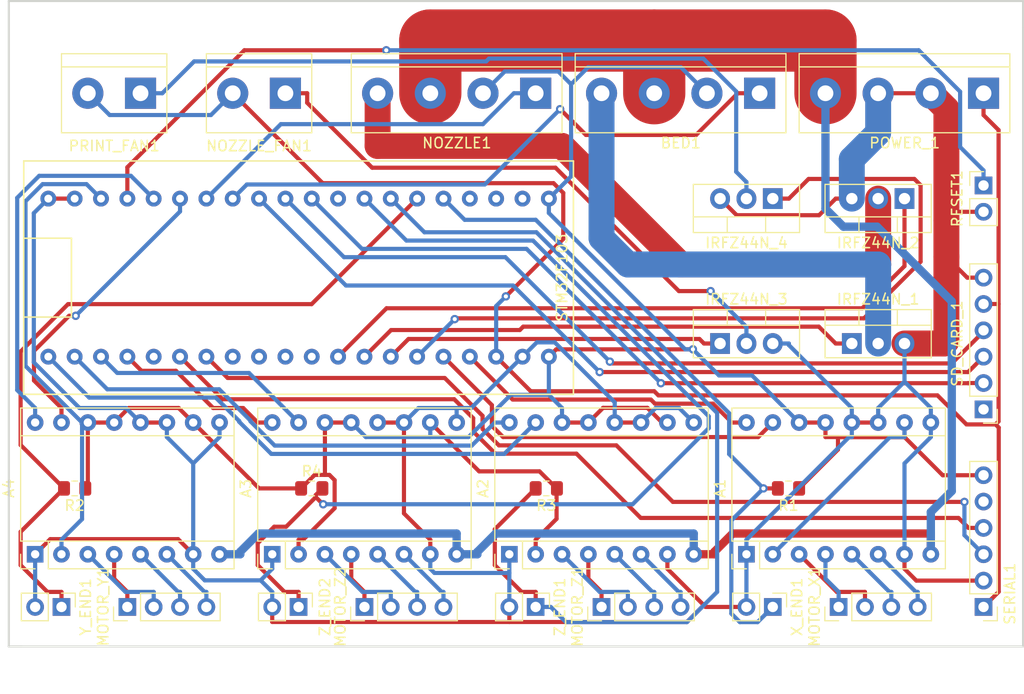
<source format=kicad_pcb>
(kicad_pcb (version 20171130) (host pcbnew 5.0.0-fee4fd1~66~ubuntu18.04.1)

  (general
    (thickness 1.6)
    (drawings 6)
    (tracks 495)
    (zones 0)
    (modules 29)
    (nets 60)
  )

  (page A4)
  (layers
    (0 F.Cu signal)
    (31 B.Cu signal)
    (32 B.Adhes user)
    (33 F.Adhes user)
    (34 B.Paste user)
    (35 F.Paste user)
    (36 B.SilkS user)
    (37 F.SilkS user)
    (38 B.Mask user)
    (39 F.Mask user)
    (40 Dwgs.User user)
    (41 Cmts.User user)
    (42 Eco1.User user)
    (43 Eco2.User user)
    (44 Edge.Cuts user)
    (45 Margin user)
    (46 B.CrtYd user)
    (47 F.CrtYd user)
    (48 B.Fab user)
    (49 F.Fab user)
  )

  (setup
    (last_trace_width 0.4)
    (trace_clearance 0.4)
    (zone_clearance 0.508)
    (zone_45_only no)
    (trace_min 0.1524)
    (segment_width 0.2)
    (edge_width 0.15)
    (via_size 0.8)
    (via_drill 0.4)
    (via_min_size 0.508)
    (via_min_drill 0.254)
    (uvia_size 0.3)
    (uvia_drill 0.1)
    (uvias_allowed no)
    (uvia_min_size 0.2)
    (uvia_min_drill 0.1)
    (pcb_text_width 0.3)
    (pcb_text_size 1.5 1.5)
    (mod_edge_width 0.15)
    (mod_text_size 1 1)
    (mod_text_width 0.15)
    (pad_size 1.524 1.524)
    (pad_drill 0.762)
    (pad_to_mask_clearance 0.2)
    (aux_axis_origin 0 0)
    (visible_elements FFFFFF7F)
    (pcbplotparams
      (layerselection 0x010fc_ffffffff)
      (usegerberextensions false)
      (usegerberattributes false)
      (usegerberadvancedattributes false)
      (creategerberjobfile false)
      (excludeedgelayer true)
      (linewidth 0.100000)
      (plotframeref false)
      (viasonmask false)
      (mode 1)
      (useauxorigin false)
      (hpglpennumber 1)
      (hpglpenspeed 20)
      (hpglpendiameter 15.000000)
      (psnegative false)
      (psa4output false)
      (plotreference true)
      (plotvalue true)
      (plotinvisibletext false)
      (padsonsilk false)
      (subtractmaskfromsilk false)
      (outputformat 1)
      (mirror false)
      (drillshape 1)
      (scaleselection 1)
      (outputdirectory ""))
  )

  (net 0 "")
  (net 1 "Net-(A1-Pad3)")
  (net 2 "Net-(A1-Pad4)")
  (net 3 "Net-(A1-Pad5)")
  (net 4 "Net-(A1-Pad6)")
  (net 5 /x_dir)
  (net 6 +12V)
  (net 7 /x_step)
  (net 8 GND)
  (net 9 /3V3)
  (net 10 /z1_dir)
  (net 11 /z1_step)
  (net 12 "Net-(A2-Pad6)")
  (net 13 "Net-(A2-Pad5)")
  (net 14 "Net-(A2-Pad4)")
  (net 15 "Net-(A2-Pad3)")
  (net 16 "Net-(A3-Pad3)")
  (net 17 "Net-(A3-Pad4)")
  (net 18 "Net-(A3-Pad5)")
  (net 19 "Net-(A3-Pad6)")
  (net 20 /z2_step)
  (net 21 /z2_dir)
  (net 22 "Net-(A4-Pad3)")
  (net 23 "Net-(A4-Pad4)")
  (net 24 "Net-(A4-Pad5)")
  (net 25 "Net-(A4-Pad6)")
  (net 26 /y_step)
  (net 27 /y_dir)
  (net 28 "Net-(BED1-Pad4)")
  (net 29 /temp_bed)
  (net 30 /toggle_bed)
  (net 31 "Net-(IRFZ44N_2-Pad2)")
  (net 32 /toggle_nozzle)
  (net 33 /toggle_nozzle_fan)
  (net 34 "Net-(IRFZ44N_3-Pad2)")
  (net 35 "Net-(IRFZ44N_4-Pad2)")
  (net 36 /toggle_print_fan)
  (net 37 /temp_nozzle)
  (net 38 +5V)
  (net 39 /x_end)
  (net 40 /y_end)
  (net 41 "Net-(RESET1-Pad1)")
  (net 42 "Net-(SD_CARD_1-Pad1)")
  (net 43 /spi_sck)
  (net 44 /spi_mosi)
  (net 45 /spi_miso)
  (net 46 "Net-(SERIAL1-Pad5)")
  (net 47 /tx)
  (net 48 /rx)
  (net 49 "Net-(STM32F103-PadPA8)")
  (net 50 "Net-(STM32F103-PadPA11)")
  (net 51 "Net-(STM32F103-PadPA12)")
  (net 52 "Net-(STM32F103-PadPA15)")
  (net 53 "Net-(STM32F103-PadPB3)")
  (net 54 "Net-(STM32F103-PadPC13)")
  (net 55 "Net-(STM32F103-PadPC14)")
  (net 56 "Net-(STM32F103-PadPC15)")
  (net 57 "Net-(STM32F103-PadPA4)")
  (net 58 /z_end_1)
  (net 59 /z_end_2)

  (net_class Default "This is the default net class."
    (clearance 0.4)
    (trace_width 0.4)
    (via_dia 0.8)
    (via_drill 0.4)
    (uvia_dia 0.3)
    (uvia_drill 0.1)
    (add_net +5V)
    (add_net /3V3)
    (add_net /rx)
    (add_net /spi_miso)
    (add_net /spi_mosi)
    (add_net /spi_sck)
    (add_net /temp_bed)
    (add_net /temp_nozzle)
    (add_net /toggle_bed)
    (add_net /toggle_nozzle)
    (add_net /toggle_nozzle_fan)
    (add_net /toggle_print_fan)
    (add_net /tx)
    (add_net /x_dir)
    (add_net /x_end)
    (add_net /x_step)
    (add_net /y_dir)
    (add_net /y_end)
    (add_net /y_step)
    (add_net /z1_dir)
    (add_net /z1_step)
    (add_net /z2_dir)
    (add_net /z2_step)
    (add_net /z_end_1)
    (add_net /z_end_2)
    (add_net GND)
    (add_net "Net-(A1-Pad3)")
    (add_net "Net-(A1-Pad4)")
    (add_net "Net-(A1-Pad5)")
    (add_net "Net-(A1-Pad6)")
    (add_net "Net-(A2-Pad3)")
    (add_net "Net-(A2-Pad4)")
    (add_net "Net-(A2-Pad5)")
    (add_net "Net-(A2-Pad6)")
    (add_net "Net-(A3-Pad3)")
    (add_net "Net-(A3-Pad4)")
    (add_net "Net-(A3-Pad5)")
    (add_net "Net-(A3-Pad6)")
    (add_net "Net-(A4-Pad3)")
    (add_net "Net-(A4-Pad4)")
    (add_net "Net-(A4-Pad5)")
    (add_net "Net-(A4-Pad6)")
    (add_net "Net-(BED1-Pad4)")
    (add_net "Net-(IRFZ44N_2-Pad2)")
    (add_net "Net-(IRFZ44N_3-Pad2)")
    (add_net "Net-(IRFZ44N_4-Pad2)")
    (add_net "Net-(RESET1-Pad1)")
    (add_net "Net-(SD_CARD_1-Pad1)")
    (add_net "Net-(SERIAL1-Pad5)")
    (add_net "Net-(STM32F103-PadPA11)")
    (add_net "Net-(STM32F103-PadPA12)")
    (add_net "Net-(STM32F103-PadPA15)")
    (add_net "Net-(STM32F103-PadPA4)")
    (add_net "Net-(STM32F103-PadPA8)")
    (add_net "Net-(STM32F103-PadPB3)")
    (add_net "Net-(STM32F103-PadPC13)")
    (add_net "Net-(STM32F103-PadPC14)")
    (add_net "Net-(STM32F103-PadPC15)")
  )

  (net_class 12v ""
    (clearance 0.8)
    (trace_width 0.8)
    (via_dia 0.8)
    (via_drill 0.4)
    (uvia_dia 0.3)
    (uvia_drill 0.1)
    (add_net +12V)
  )

  (module TerminalBlock:TerminalBlock_bornier-4_P5.08mm (layer F.Cu) (tedit 59FF03D1) (tstamp 5BA05A07)
    (at 135.461533 89.690122 180)
    (descr "simple 4-pin terminal block, pitch 5.08mm, revamped version of bornier4")
    (tags "terminal block bornier4")
    (path /5B945068)
    (fp_text reference POWER_1 (at 7.6 -4.8 180) (layer F.SilkS)
      (effects (font (size 1 1) (thickness 0.15)))
    )
    (fp_text value Screw_Terminal_01x04 (at 7.6 4.75 180) (layer F.Fab)
      (effects (font (size 1 1) (thickness 0.15)))
    )
    (fp_text user %R (at 7.62 0 180) (layer F.Fab)
      (effects (font (size 1 1) (thickness 0.15)))
    )
    (fp_line (start -2.48 2.55) (end 17.72 2.55) (layer F.Fab) (width 0.1))
    (fp_line (start -2.43 3.75) (end -2.48 3.75) (layer F.Fab) (width 0.1))
    (fp_line (start -2.48 3.75) (end -2.48 -3.75) (layer F.Fab) (width 0.1))
    (fp_line (start -2.48 -3.75) (end 17.72 -3.75) (layer F.Fab) (width 0.1))
    (fp_line (start 17.72 -3.75) (end 17.72 3.75) (layer F.Fab) (width 0.1))
    (fp_line (start 17.72 3.75) (end -2.43 3.75) (layer F.Fab) (width 0.1))
    (fp_line (start -2.54 -3.81) (end -2.54 3.81) (layer F.SilkS) (width 0.12))
    (fp_line (start 17.78 3.81) (end 17.78 -3.81) (layer F.SilkS) (width 0.12))
    (fp_line (start 17.78 2.54) (end -2.54 2.54) (layer F.SilkS) (width 0.12))
    (fp_line (start -2.54 -3.81) (end 17.78 -3.81) (layer F.SilkS) (width 0.12))
    (fp_line (start -2.54 3.81) (end 17.78 3.81) (layer F.SilkS) (width 0.12))
    (fp_line (start -2.73 -4) (end 17.97 -4) (layer F.CrtYd) (width 0.05))
    (fp_line (start -2.73 -4) (end -2.73 4) (layer F.CrtYd) (width 0.05))
    (fp_line (start 17.97 4) (end 17.97 -4) (layer F.CrtYd) (width 0.05))
    (fp_line (start 17.97 4) (end -2.73 4) (layer F.CrtYd) (width 0.05))
    (pad 2 thru_hole circle (at 5.08 0 180) (size 3 3) (drill 1.52) (layers *.Cu *.Mask)
      (net 8 GND))
    (pad 3 thru_hole circle (at 10.16 0 180) (size 3 3) (drill 1.52) (layers *.Cu *.Mask)
      (net 8 GND))
    (pad 1 thru_hole rect (at 0 0 180) (size 3 3) (drill 1.52) (layers *.Cu *.Mask)
      (net 38 +5V))
    (pad 4 thru_hole circle (at 15.24 0 180) (size 3 3) (drill 1.52) (layers *.Cu *.Mask)
      (net 6 +12V))
    (model ${KISYS3DMOD}/TerminalBlock.3dshapes/TerminalBlock_bornier-4_P5.08mm.wrl
      (offset (xyz 7.619999885559082 0 0))
      (scale (xyz 1 1 1))
      (rotate (xyz 0 0 0))
    )
  )

  (module Module:Pololu_Breakout-16_15.2x20.3mm (layer F.Cu) (tedit 58AB602C) (tstamp 5BA03B69)
    (at 112.601533 134.140122 90)
    (descr "Pololu Breakout 16-pin 15.2x20.3mm 0.6x0.8\\")
    (tags "Pololu Breakout")
    (path /5B9031B8)
    (fp_text reference A1 (at 6.35 -2.54 90) (layer F.SilkS)
      (effects (font (size 1 1) (thickness 0.15)))
    )
    (fp_text value Pololu_Breakout_A4988 (at 6.35 20.17 90) (layer F.Fab)
      (effects (font (size 1 1) (thickness 0.15)))
    )
    (fp_line (start 14.21 19.3) (end -1.53 19.3) (layer F.CrtYd) (width 0.05))
    (fp_line (start 14.21 19.3) (end 14.21 -1.52) (layer F.CrtYd) (width 0.05))
    (fp_line (start -1.53 -1.52) (end -1.53 19.3) (layer F.CrtYd) (width 0.05))
    (fp_line (start -1.53 -1.52) (end 14.21 -1.52) (layer F.CrtYd) (width 0.05))
    (fp_line (start -1.27 19.05) (end -1.27 0) (layer F.Fab) (width 0.1))
    (fp_line (start 13.97 19.05) (end -1.27 19.05) (layer F.Fab) (width 0.1))
    (fp_line (start 13.97 -1.27) (end 13.97 19.05) (layer F.Fab) (width 0.1))
    (fp_line (start 0 -1.27) (end 13.97 -1.27) (layer F.Fab) (width 0.1))
    (fp_line (start -1.27 0) (end 0 -1.27) (layer F.Fab) (width 0.1))
    (fp_line (start 14.1 -1.4) (end 1.27 -1.4) (layer F.SilkS) (width 0.12))
    (fp_line (start 14.1 19.18) (end 14.1 -1.4) (layer F.SilkS) (width 0.12))
    (fp_line (start -1.4 19.18) (end 14.1 19.18) (layer F.SilkS) (width 0.12))
    (fp_line (start -1.4 1.27) (end -1.4 19.18) (layer F.SilkS) (width 0.12))
    (fp_line (start 1.27 1.27) (end -1.4 1.27) (layer F.SilkS) (width 0.12))
    (fp_line (start 1.27 -1.4) (end 1.27 1.27) (layer F.SilkS) (width 0.12))
    (fp_line (start -1.4 -1.4) (end -1.4 0) (layer F.SilkS) (width 0.12))
    (fp_line (start 0 -1.4) (end -1.4 -1.4) (layer F.SilkS) (width 0.12))
    (fp_line (start 1.27 1.27) (end 1.27 19.18) (layer F.SilkS) (width 0.12))
    (fp_line (start 11.43 -1.4) (end 11.43 19.18) (layer F.SilkS) (width 0.12))
    (fp_text user %R (at 6.35 0 90) (layer F.Fab)
      (effects (font (size 1 1) (thickness 0.15)))
    )
    (pad 16 thru_hole oval (at 12.7 0 90) (size 1.6 1.6) (drill 0.8) (layers *.Cu *.Mask)
      (net 5 /x_dir))
    (pad 8 thru_hole oval (at 0 17.78 90) (size 1.6 1.6) (drill 0.8) (layers *.Cu *.Mask)
      (net 6 +12V))
    (pad 15 thru_hole oval (at 12.7 2.54 90) (size 1.6 1.6) (drill 0.8) (layers *.Cu *.Mask)
      (net 7 /x_step))
    (pad 7 thru_hole oval (at 0 15.24 90) (size 1.6 1.6) (drill 0.8) (layers *.Cu *.Mask)
      (net 8 GND))
    (pad 14 thru_hole oval (at 12.7 5.08 90) (size 1.6 1.6) (drill 0.8) (layers *.Cu *.Mask)
      (net 9 /3V3))
    (pad 6 thru_hole oval (at 0 12.7 90) (size 1.6 1.6) (drill 0.8) (layers *.Cu *.Mask)
      (net 4 "Net-(A1-Pad6)"))
    (pad 13 thru_hole oval (at 12.7 7.62 90) (size 1.6 1.6) (drill 0.8) (layers *.Cu *.Mask)
      (net 9 /3V3))
    (pad 5 thru_hole oval (at 0 10.16 90) (size 1.6 1.6) (drill 0.8) (layers *.Cu *.Mask)
      (net 3 "Net-(A1-Pad5)"))
    (pad 12 thru_hole oval (at 12.7 10.16 90) (size 1.6 1.6) (drill 0.8) (layers *.Cu *.Mask)
      (net 8 GND))
    (pad 4 thru_hole oval (at 0 7.62 90) (size 1.6 1.6) (drill 0.8) (layers *.Cu *.Mask)
      (net 2 "Net-(A1-Pad4)"))
    (pad 11 thru_hole oval (at 12.7 12.7 90) (size 1.6 1.6) (drill 0.8) (layers *.Cu *.Mask)
      (net 8 GND))
    (pad 3 thru_hole oval (at 0 5.08 90) (size 1.6 1.6) (drill 0.8) (layers *.Cu *.Mask)
      (net 1 "Net-(A1-Pad3)"))
    (pad 10 thru_hole oval (at 12.7 15.24 90) (size 1.6 1.6) (drill 0.8) (layers *.Cu *.Mask)
      (net 9 /3V3))
    (pad 2 thru_hole oval (at 0 2.54 90) (size 1.6 1.6) (drill 0.8) (layers *.Cu *.Mask)
      (net 9 /3V3))
    (pad 9 thru_hole oval (at 12.7 17.78 90) (size 1.6 1.6) (drill 0.8) (layers *.Cu *.Mask)
      (net 8 GND))
    (pad 1 thru_hole rect (at 0 0 90) (size 1.6 1.6) (drill 0.8) (layers *.Cu *.Mask)
      (net 8 GND))
    (model ${KISYS3DMOD}/Module.3dshapes/Pololu_Breakout-16_15.2x20.3mm.wrl
      (at (xyz 0 0 0))
      (scale (xyz 1 1 1))
      (rotate (xyz 0 0 0))
    )
  )

  (module Module:Pololu_Breakout-16_15.2x20.3mm (layer F.Cu) (tedit 58AB602C) (tstamp 5BA03AF4)
    (at 89.741533 134.140122 90)
    (descr "Pololu Breakout 16-pin 15.2x20.3mm 0.6x0.8\\")
    (tags "Pololu Breakout")
    (path /5B93E63B)
    (fp_text reference A2 (at 6.35 -2.54 90) (layer F.SilkS)
      (effects (font (size 1 1) (thickness 0.15)))
    )
    (fp_text value Pololu_Breakout_A4988 (at 6.35 20.17 90) (layer F.Fab)
      (effects (font (size 1 1) (thickness 0.15)))
    )
    (fp_line (start 14.21 19.3) (end -1.53 19.3) (layer F.CrtYd) (width 0.05))
    (fp_line (start 14.21 19.3) (end 14.21 -1.52) (layer F.CrtYd) (width 0.05))
    (fp_line (start -1.53 -1.52) (end -1.53 19.3) (layer F.CrtYd) (width 0.05))
    (fp_line (start -1.53 -1.52) (end 14.21 -1.52) (layer F.CrtYd) (width 0.05))
    (fp_line (start -1.27 19.05) (end -1.27 0) (layer F.Fab) (width 0.1))
    (fp_line (start 13.97 19.05) (end -1.27 19.05) (layer F.Fab) (width 0.1))
    (fp_line (start 13.97 -1.27) (end 13.97 19.05) (layer F.Fab) (width 0.1))
    (fp_line (start 0 -1.27) (end 13.97 -1.27) (layer F.Fab) (width 0.1))
    (fp_line (start -1.27 0) (end 0 -1.27) (layer F.Fab) (width 0.1))
    (fp_line (start 14.1 -1.4) (end 1.27 -1.4) (layer F.SilkS) (width 0.12))
    (fp_line (start 14.1 19.18) (end 14.1 -1.4) (layer F.SilkS) (width 0.12))
    (fp_line (start -1.4 19.18) (end 14.1 19.18) (layer F.SilkS) (width 0.12))
    (fp_line (start -1.4 1.27) (end -1.4 19.18) (layer F.SilkS) (width 0.12))
    (fp_line (start 1.27 1.27) (end -1.4 1.27) (layer F.SilkS) (width 0.12))
    (fp_line (start 1.27 -1.4) (end 1.27 1.27) (layer F.SilkS) (width 0.12))
    (fp_line (start -1.4 -1.4) (end -1.4 0) (layer F.SilkS) (width 0.12))
    (fp_line (start 0 -1.4) (end -1.4 -1.4) (layer F.SilkS) (width 0.12))
    (fp_line (start 1.27 1.27) (end 1.27 19.18) (layer F.SilkS) (width 0.12))
    (fp_line (start 11.43 -1.4) (end 11.43 19.18) (layer F.SilkS) (width 0.12))
    (fp_text user %R (at 6.35 0 90) (layer F.Fab)
      (effects (font (size 1 1) (thickness 0.15)))
    )
    (pad 16 thru_hole oval (at 12.7 0 90) (size 1.6 1.6) (drill 0.8) (layers *.Cu *.Mask)
      (net 10 /z1_dir))
    (pad 8 thru_hole oval (at 0 17.78 90) (size 1.6 1.6) (drill 0.8) (layers *.Cu *.Mask)
      (net 6 +12V))
    (pad 15 thru_hole oval (at 12.7 2.54 90) (size 1.6 1.6) (drill 0.8) (layers *.Cu *.Mask)
      (net 11 /z1_step))
    (pad 7 thru_hole oval (at 0 15.24 90) (size 1.6 1.6) (drill 0.8) (layers *.Cu *.Mask)
      (net 8 GND))
    (pad 14 thru_hole oval (at 12.7 5.08 90) (size 1.6 1.6) (drill 0.8) (layers *.Cu *.Mask)
      (net 9 /3V3))
    (pad 6 thru_hole oval (at 0 12.7 90) (size 1.6 1.6) (drill 0.8) (layers *.Cu *.Mask)
      (net 12 "Net-(A2-Pad6)"))
    (pad 13 thru_hole oval (at 12.7 7.62 90) (size 1.6 1.6) (drill 0.8) (layers *.Cu *.Mask)
      (net 9 /3V3))
    (pad 5 thru_hole oval (at 0 10.16 90) (size 1.6 1.6) (drill 0.8) (layers *.Cu *.Mask)
      (net 13 "Net-(A2-Pad5)"))
    (pad 12 thru_hole oval (at 12.7 10.16 90) (size 1.6 1.6) (drill 0.8) (layers *.Cu *.Mask)
      (net 8 GND))
    (pad 4 thru_hole oval (at 0 7.62 90) (size 1.6 1.6) (drill 0.8) (layers *.Cu *.Mask)
      (net 14 "Net-(A2-Pad4)"))
    (pad 11 thru_hole oval (at 12.7 12.7 90) (size 1.6 1.6) (drill 0.8) (layers *.Cu *.Mask)
      (net 8 GND))
    (pad 3 thru_hole oval (at 0 5.08 90) (size 1.6 1.6) (drill 0.8) (layers *.Cu *.Mask)
      (net 15 "Net-(A2-Pad3)"))
    (pad 10 thru_hole oval (at 12.7 15.24 90) (size 1.6 1.6) (drill 0.8) (layers *.Cu *.Mask)
      (net 9 /3V3))
    (pad 2 thru_hole oval (at 0 2.54 90) (size 1.6 1.6) (drill 0.8) (layers *.Cu *.Mask)
      (net 9 /3V3))
    (pad 9 thru_hole oval (at 12.7 17.78 90) (size 1.6 1.6) (drill 0.8) (layers *.Cu *.Mask)
      (net 8 GND))
    (pad 1 thru_hole rect (at 0 0 90) (size 1.6 1.6) (drill 0.8) (layers *.Cu *.Mask)
      (net 8 GND))
    (model ${KISYS3DMOD}/Module.3dshapes/Pololu_Breakout-16_15.2x20.3mm.wrl
      (at (xyz 0 0 0))
      (scale (xyz 1 1 1))
      (rotate (xyz 0 0 0))
    )
  )

  (module Module:Pololu_Breakout-16_15.2x20.3mm (layer F.Cu) (tedit 58AB602C) (tstamp 5BA03A7F)
    (at 66.881533 134.140122 90)
    (descr "Pololu Breakout 16-pin 15.2x20.3mm 0.6x0.8\\")
    (tags "Pololu Breakout")
    (path /5B93E669)
    (fp_text reference A3 (at 6.35 -2.54 90) (layer F.SilkS)
      (effects (font (size 1 1) (thickness 0.15)))
    )
    (fp_text value Pololu_Breakout_A4988 (at 6.35 20.17 90) (layer F.Fab)
      (effects (font (size 1 1) (thickness 0.15)))
    )
    (fp_text user %R (at 6.35 0 90) (layer F.Fab)
      (effects (font (size 1 1) (thickness 0.15)))
    )
    (fp_line (start 11.43 -1.4) (end 11.43 19.18) (layer F.SilkS) (width 0.12))
    (fp_line (start 1.27 1.27) (end 1.27 19.18) (layer F.SilkS) (width 0.12))
    (fp_line (start 0 -1.4) (end -1.4 -1.4) (layer F.SilkS) (width 0.12))
    (fp_line (start -1.4 -1.4) (end -1.4 0) (layer F.SilkS) (width 0.12))
    (fp_line (start 1.27 -1.4) (end 1.27 1.27) (layer F.SilkS) (width 0.12))
    (fp_line (start 1.27 1.27) (end -1.4 1.27) (layer F.SilkS) (width 0.12))
    (fp_line (start -1.4 1.27) (end -1.4 19.18) (layer F.SilkS) (width 0.12))
    (fp_line (start -1.4 19.18) (end 14.1 19.18) (layer F.SilkS) (width 0.12))
    (fp_line (start 14.1 19.18) (end 14.1 -1.4) (layer F.SilkS) (width 0.12))
    (fp_line (start 14.1 -1.4) (end 1.27 -1.4) (layer F.SilkS) (width 0.12))
    (fp_line (start -1.27 0) (end 0 -1.27) (layer F.Fab) (width 0.1))
    (fp_line (start 0 -1.27) (end 13.97 -1.27) (layer F.Fab) (width 0.1))
    (fp_line (start 13.97 -1.27) (end 13.97 19.05) (layer F.Fab) (width 0.1))
    (fp_line (start 13.97 19.05) (end -1.27 19.05) (layer F.Fab) (width 0.1))
    (fp_line (start -1.27 19.05) (end -1.27 0) (layer F.Fab) (width 0.1))
    (fp_line (start -1.53 -1.52) (end 14.21 -1.52) (layer F.CrtYd) (width 0.05))
    (fp_line (start -1.53 -1.52) (end -1.53 19.3) (layer F.CrtYd) (width 0.05))
    (fp_line (start 14.21 19.3) (end 14.21 -1.52) (layer F.CrtYd) (width 0.05))
    (fp_line (start 14.21 19.3) (end -1.53 19.3) (layer F.CrtYd) (width 0.05))
    (pad 1 thru_hole rect (at 0 0 90) (size 1.6 1.6) (drill 0.8) (layers *.Cu *.Mask)
      (net 8 GND))
    (pad 9 thru_hole oval (at 12.7 17.78 90) (size 1.6 1.6) (drill 0.8) (layers *.Cu *.Mask)
      (net 8 GND))
    (pad 2 thru_hole oval (at 0 2.54 90) (size 1.6 1.6) (drill 0.8) (layers *.Cu *.Mask)
      (net 9 /3V3))
    (pad 10 thru_hole oval (at 12.7 15.24 90) (size 1.6 1.6) (drill 0.8) (layers *.Cu *.Mask)
      (net 9 /3V3))
    (pad 3 thru_hole oval (at 0 5.08 90) (size 1.6 1.6) (drill 0.8) (layers *.Cu *.Mask)
      (net 16 "Net-(A3-Pad3)"))
    (pad 11 thru_hole oval (at 12.7 12.7 90) (size 1.6 1.6) (drill 0.8) (layers *.Cu *.Mask)
      (net 8 GND))
    (pad 4 thru_hole oval (at 0 7.62 90) (size 1.6 1.6) (drill 0.8) (layers *.Cu *.Mask)
      (net 17 "Net-(A3-Pad4)"))
    (pad 12 thru_hole oval (at 12.7 10.16 90) (size 1.6 1.6) (drill 0.8) (layers *.Cu *.Mask)
      (net 8 GND))
    (pad 5 thru_hole oval (at 0 10.16 90) (size 1.6 1.6) (drill 0.8) (layers *.Cu *.Mask)
      (net 18 "Net-(A3-Pad5)"))
    (pad 13 thru_hole oval (at 12.7 7.62 90) (size 1.6 1.6) (drill 0.8) (layers *.Cu *.Mask)
      (net 9 /3V3))
    (pad 6 thru_hole oval (at 0 12.7 90) (size 1.6 1.6) (drill 0.8) (layers *.Cu *.Mask)
      (net 19 "Net-(A3-Pad6)"))
    (pad 14 thru_hole oval (at 12.7 5.08 90) (size 1.6 1.6) (drill 0.8) (layers *.Cu *.Mask)
      (net 9 /3V3))
    (pad 7 thru_hole oval (at 0 15.24 90) (size 1.6 1.6) (drill 0.8) (layers *.Cu *.Mask)
      (net 8 GND))
    (pad 15 thru_hole oval (at 12.7 2.54 90) (size 1.6 1.6) (drill 0.8) (layers *.Cu *.Mask)
      (net 20 /z2_step))
    (pad 8 thru_hole oval (at 0 17.78 90) (size 1.6 1.6) (drill 0.8) (layers *.Cu *.Mask)
      (net 6 +12V))
    (pad 16 thru_hole oval (at 12.7 0 90) (size 1.6 1.6) (drill 0.8) (layers *.Cu *.Mask)
      (net 21 /z2_dir))
    (model ${KISYS3DMOD}/Module.3dshapes/Pololu_Breakout-16_15.2x20.3mm.wrl
      (at (xyz 0 0 0))
      (scale (xyz 1 1 1))
      (rotate (xyz 0 0 0))
    )
  )

  (module Module:Pololu_Breakout-16_15.2x20.3mm (layer F.Cu) (tedit 58AB602C) (tstamp 5BA041D8)
    (at 44.021533 134.140122 90)
    (descr "Pololu Breakout 16-pin 15.2x20.3mm 0.6x0.8\\")
    (tags "Pololu Breakout")
    (path /5B93D5A5)
    (fp_text reference A4 (at 6.35 -2.54 90) (layer F.SilkS)
      (effects (font (size 1 1) (thickness 0.15)))
    )
    (fp_text value Pololu_Breakout_A4988 (at 6.35 20.17 90) (layer F.Fab)
      (effects (font (size 1 1) (thickness 0.15)))
    )
    (fp_text user %R (at 6.35 0 90) (layer F.Fab)
      (effects (font (size 1 1) (thickness 0.15)))
    )
    (fp_line (start 11.43 -1.4) (end 11.43 19.18) (layer F.SilkS) (width 0.12))
    (fp_line (start 1.27 1.27) (end 1.27 19.18) (layer F.SilkS) (width 0.12))
    (fp_line (start 0 -1.4) (end -1.4 -1.4) (layer F.SilkS) (width 0.12))
    (fp_line (start -1.4 -1.4) (end -1.4 0) (layer F.SilkS) (width 0.12))
    (fp_line (start 1.27 -1.4) (end 1.27 1.27) (layer F.SilkS) (width 0.12))
    (fp_line (start 1.27 1.27) (end -1.4 1.27) (layer F.SilkS) (width 0.12))
    (fp_line (start -1.4 1.27) (end -1.4 19.18) (layer F.SilkS) (width 0.12))
    (fp_line (start -1.4 19.18) (end 14.1 19.18) (layer F.SilkS) (width 0.12))
    (fp_line (start 14.1 19.18) (end 14.1 -1.4) (layer F.SilkS) (width 0.12))
    (fp_line (start 14.1 -1.4) (end 1.27 -1.4) (layer F.SilkS) (width 0.12))
    (fp_line (start -1.27 0) (end 0 -1.27) (layer F.Fab) (width 0.1))
    (fp_line (start 0 -1.27) (end 13.97 -1.27) (layer F.Fab) (width 0.1))
    (fp_line (start 13.97 -1.27) (end 13.97 19.05) (layer F.Fab) (width 0.1))
    (fp_line (start 13.97 19.05) (end -1.27 19.05) (layer F.Fab) (width 0.1))
    (fp_line (start -1.27 19.05) (end -1.27 0) (layer F.Fab) (width 0.1))
    (fp_line (start -1.53 -1.52) (end 14.21 -1.52) (layer F.CrtYd) (width 0.05))
    (fp_line (start -1.53 -1.52) (end -1.53 19.3) (layer F.CrtYd) (width 0.05))
    (fp_line (start 14.21 19.3) (end 14.21 -1.52) (layer F.CrtYd) (width 0.05))
    (fp_line (start 14.21 19.3) (end -1.53 19.3) (layer F.CrtYd) (width 0.05))
    (pad 1 thru_hole rect (at 0 0 90) (size 1.6 1.6) (drill 0.8) (layers *.Cu *.Mask)
      (net 8 GND))
    (pad 9 thru_hole oval (at 12.7 17.78 90) (size 1.6 1.6) (drill 0.8) (layers *.Cu *.Mask)
      (net 8 GND))
    (pad 2 thru_hole oval (at 0 2.54 90) (size 1.6 1.6) (drill 0.8) (layers *.Cu *.Mask)
      (net 9 /3V3))
    (pad 10 thru_hole oval (at 12.7 15.24 90) (size 1.6 1.6) (drill 0.8) (layers *.Cu *.Mask)
      (net 9 /3V3))
    (pad 3 thru_hole oval (at 0 5.08 90) (size 1.6 1.6) (drill 0.8) (layers *.Cu *.Mask)
      (net 22 "Net-(A4-Pad3)"))
    (pad 11 thru_hole oval (at 12.7 12.7 90) (size 1.6 1.6) (drill 0.8) (layers *.Cu *.Mask)
      (net 8 GND))
    (pad 4 thru_hole oval (at 0 7.62 90) (size 1.6 1.6) (drill 0.8) (layers *.Cu *.Mask)
      (net 23 "Net-(A4-Pad4)"))
    (pad 12 thru_hole oval (at 12.7 10.16 90) (size 1.6 1.6) (drill 0.8) (layers *.Cu *.Mask)
      (net 8 GND))
    (pad 5 thru_hole oval (at 0 10.16 90) (size 1.6 1.6) (drill 0.8) (layers *.Cu *.Mask)
      (net 24 "Net-(A4-Pad5)"))
    (pad 13 thru_hole oval (at 12.7 7.62 90) (size 1.6 1.6) (drill 0.8) (layers *.Cu *.Mask)
      (net 9 /3V3))
    (pad 6 thru_hole oval (at 0 12.7 90) (size 1.6 1.6) (drill 0.8) (layers *.Cu *.Mask)
      (net 25 "Net-(A4-Pad6)"))
    (pad 14 thru_hole oval (at 12.7 5.08 90) (size 1.6 1.6) (drill 0.8) (layers *.Cu *.Mask)
      (net 9 /3V3))
    (pad 7 thru_hole oval (at 0 15.24 90) (size 1.6 1.6) (drill 0.8) (layers *.Cu *.Mask)
      (net 8 GND))
    (pad 15 thru_hole oval (at 12.7 2.54 90) (size 1.6 1.6) (drill 0.8) (layers *.Cu *.Mask)
      (net 26 /y_step))
    (pad 8 thru_hole oval (at 0 17.78 90) (size 1.6 1.6) (drill 0.8) (layers *.Cu *.Mask)
      (net 6 +12V))
    (pad 16 thru_hole oval (at 12.7 0 90) (size 1.6 1.6) (drill 0.8) (layers *.Cu *.Mask)
      (net 27 /y_dir))
    (model ${KISYS3DMOD}/Module.3dshapes/Pololu_Breakout-16_15.2x20.3mm.wrl
      (at (xyz 0 0 0))
      (scale (xyz 1 1 1))
      (rotate (xyz 0 0 0))
    )
  )

  (module TerminalBlock:TerminalBlock_bornier-4_P5.08mm (layer F.Cu) (tedit 59FF03D1) (tstamp 5BA0423D)
    (at 113.871533 89.690122 180)
    (descr "simple 4-pin terminal block, pitch 5.08mm, revamped version of bornier4")
    (tags "terminal block bornier4")
    (path /5B98E70D)
    (fp_text reference BED1 (at 7.6 -4.8 180) (layer F.SilkS)
      (effects (font (size 1 1) (thickness 0.15)))
    )
    (fp_text value Screw_Terminal_01x04 (at 7.6 4.75 180) (layer F.Fab)
      (effects (font (size 1 1) (thickness 0.15)))
    )
    (fp_line (start 17.97 4) (end -2.73 4) (layer F.CrtYd) (width 0.05))
    (fp_line (start 17.97 4) (end 17.97 -4) (layer F.CrtYd) (width 0.05))
    (fp_line (start -2.73 -4) (end -2.73 4) (layer F.CrtYd) (width 0.05))
    (fp_line (start -2.73 -4) (end 17.97 -4) (layer F.CrtYd) (width 0.05))
    (fp_line (start -2.54 3.81) (end 17.78 3.81) (layer F.SilkS) (width 0.12))
    (fp_line (start -2.54 -3.81) (end 17.78 -3.81) (layer F.SilkS) (width 0.12))
    (fp_line (start 17.78 2.54) (end -2.54 2.54) (layer F.SilkS) (width 0.12))
    (fp_line (start 17.78 3.81) (end 17.78 -3.81) (layer F.SilkS) (width 0.12))
    (fp_line (start -2.54 -3.81) (end -2.54 3.81) (layer F.SilkS) (width 0.12))
    (fp_line (start 17.72 3.75) (end -2.43 3.75) (layer F.Fab) (width 0.1))
    (fp_line (start 17.72 -3.75) (end 17.72 3.75) (layer F.Fab) (width 0.1))
    (fp_line (start -2.48 -3.75) (end 17.72 -3.75) (layer F.Fab) (width 0.1))
    (fp_line (start -2.48 3.75) (end -2.48 -3.75) (layer F.Fab) (width 0.1))
    (fp_line (start -2.43 3.75) (end -2.48 3.75) (layer F.Fab) (width 0.1))
    (fp_line (start -2.48 2.55) (end 17.72 2.55) (layer F.Fab) (width 0.1))
    (fp_text user %R (at 7.62 0 180) (layer F.Fab)
      (effects (font (size 1 1) (thickness 0.15)))
    )
    (pad 4 thru_hole circle (at 15.24 0 180) (size 3 3) (drill 1.52) (layers *.Cu *.Mask)
      (net 28 "Net-(BED1-Pad4)"))
    (pad 1 thru_hole rect (at 0 0 180) (size 3 3) (drill 1.52) (layers *.Cu *.Mask)
      (net 29 /temp_bed))
    (pad 3 thru_hole circle (at 10.16 0 180) (size 3 3) (drill 1.52) (layers *.Cu *.Mask)
      (net 6 +12V))
    (pad 2 thru_hole circle (at 5.08 0 180) (size 3 3) (drill 1.52) (layers *.Cu *.Mask)
      (net 9 /3V3))
    (model ${KISYS3DMOD}/TerminalBlock.3dshapes/TerminalBlock_bornier-4_P5.08mm.wrl
      (offset (xyz 7.619999885559082 0 0))
      (scale (xyz 1 1 1))
      (rotate (xyz 0 0 0))
    )
  )

  (module Package_TO_SOT_THT:TO-220-3_Vertical (layer F.Cu) (tedit 5AC8BA0D) (tstamp 5BA040FE)
    (at 122.761533 113.820122)
    (descr "TO-220-3, Vertical, RM 2.54mm, see https://www.vishay.com/docs/66542/to-220-1.pdf")
    (tags "TO-220-3 Vertical RM 2.54mm")
    (path /5B9FC52C)
    (fp_text reference IRFZ44N_1 (at 2.54 -4.27) (layer F.SilkS)
      (effects (font (size 1 1) (thickness 0.15)))
    )
    (fp_text value IRF3205 (at 2.54 2.5) (layer F.Fab)
      (effects (font (size 1 1) (thickness 0.15)))
    )
    (fp_line (start -2.46 -3.15) (end -2.46 1.25) (layer F.Fab) (width 0.1))
    (fp_line (start -2.46 1.25) (end 7.54 1.25) (layer F.Fab) (width 0.1))
    (fp_line (start 7.54 1.25) (end 7.54 -3.15) (layer F.Fab) (width 0.1))
    (fp_line (start 7.54 -3.15) (end -2.46 -3.15) (layer F.Fab) (width 0.1))
    (fp_line (start -2.46 -1.88) (end 7.54 -1.88) (layer F.Fab) (width 0.1))
    (fp_line (start 0.69 -3.15) (end 0.69 -1.88) (layer F.Fab) (width 0.1))
    (fp_line (start 4.39 -3.15) (end 4.39 -1.88) (layer F.Fab) (width 0.1))
    (fp_line (start -2.58 -3.27) (end 7.66 -3.27) (layer F.SilkS) (width 0.12))
    (fp_line (start -2.58 1.371) (end 7.66 1.371) (layer F.SilkS) (width 0.12))
    (fp_line (start -2.58 -3.27) (end -2.58 1.371) (layer F.SilkS) (width 0.12))
    (fp_line (start 7.66 -3.27) (end 7.66 1.371) (layer F.SilkS) (width 0.12))
    (fp_line (start -2.58 -1.76) (end 7.66 -1.76) (layer F.SilkS) (width 0.12))
    (fp_line (start 0.69 -3.27) (end 0.69 -1.76) (layer F.SilkS) (width 0.12))
    (fp_line (start 4.391 -3.27) (end 4.391 -1.76) (layer F.SilkS) (width 0.12))
    (fp_line (start -2.71 -3.4) (end -2.71 1.51) (layer F.CrtYd) (width 0.05))
    (fp_line (start -2.71 1.51) (end 7.79 1.51) (layer F.CrtYd) (width 0.05))
    (fp_line (start 7.79 1.51) (end 7.79 -3.4) (layer F.CrtYd) (width 0.05))
    (fp_line (start 7.79 -3.4) (end -2.71 -3.4) (layer F.CrtYd) (width 0.05))
    (fp_text user %R (at 2.54 -4.27) (layer F.Fab)
      (effects (font (size 1 1) (thickness 0.15)))
    )
    (pad 1 thru_hole rect (at 0 0) (size 1.905 2) (drill 1.1) (layers *.Cu *.Mask)
      (net 30 /toggle_bed))
    (pad 2 thru_hole oval (at 2.54 0) (size 1.905 2) (drill 1.1) (layers *.Cu *.Mask)
      (net 28 "Net-(BED1-Pad4)"))
    (pad 3 thru_hole oval (at 5.08 0) (size 1.905 2) (drill 1.1) (layers *.Cu *.Mask)
      (net 8 GND))
    (model ${KISYS3DMOD}/Package_TO_SOT_THT.3dshapes/TO-220-3_Vertical.wrl
      (at (xyz 0 0 0))
      (scale (xyz 1 1 1))
      (rotate (xyz 0 0 0))
    )
  )

  (module Package_TO_SOT_THT:TO-220-3_Vertical (layer F.Cu) (tedit 5AC8BA0D) (tstamp 5BA040B3)
    (at 127.841533 99.850122 180)
    (descr "TO-220-3, Vertical, RM 2.54mm, see https://www.vishay.com/docs/66542/to-220-1.pdf")
    (tags "TO-220-3 Vertical RM 2.54mm")
    (path /5BA63F06)
    (fp_text reference IRFZ44N_2 (at 2.54 -4.27 180) (layer F.SilkS)
      (effects (font (size 1 1) (thickness 0.15)))
    )
    (fp_text value IRF3205 (at 2.54 2.5 180) (layer F.Fab)
      (effects (font (size 1 1) (thickness 0.15)))
    )
    (fp_text user %R (at 2.54 -4.27 180) (layer F.Fab)
      (effects (font (size 1 1) (thickness 0.15)))
    )
    (fp_line (start 7.79 -3.4) (end -2.71 -3.4) (layer F.CrtYd) (width 0.05))
    (fp_line (start 7.79 1.51) (end 7.79 -3.4) (layer F.CrtYd) (width 0.05))
    (fp_line (start -2.71 1.51) (end 7.79 1.51) (layer F.CrtYd) (width 0.05))
    (fp_line (start -2.71 -3.4) (end -2.71 1.51) (layer F.CrtYd) (width 0.05))
    (fp_line (start 4.391 -3.27) (end 4.391 -1.76) (layer F.SilkS) (width 0.12))
    (fp_line (start 0.69 -3.27) (end 0.69 -1.76) (layer F.SilkS) (width 0.12))
    (fp_line (start -2.58 -1.76) (end 7.66 -1.76) (layer F.SilkS) (width 0.12))
    (fp_line (start 7.66 -3.27) (end 7.66 1.371) (layer F.SilkS) (width 0.12))
    (fp_line (start -2.58 -3.27) (end -2.58 1.371) (layer F.SilkS) (width 0.12))
    (fp_line (start -2.58 1.371) (end 7.66 1.371) (layer F.SilkS) (width 0.12))
    (fp_line (start -2.58 -3.27) (end 7.66 -3.27) (layer F.SilkS) (width 0.12))
    (fp_line (start 4.39 -3.15) (end 4.39 -1.88) (layer F.Fab) (width 0.1))
    (fp_line (start 0.69 -3.15) (end 0.69 -1.88) (layer F.Fab) (width 0.1))
    (fp_line (start -2.46 -1.88) (end 7.54 -1.88) (layer F.Fab) (width 0.1))
    (fp_line (start 7.54 -3.15) (end -2.46 -3.15) (layer F.Fab) (width 0.1))
    (fp_line (start 7.54 1.25) (end 7.54 -3.15) (layer F.Fab) (width 0.1))
    (fp_line (start -2.46 1.25) (end 7.54 1.25) (layer F.Fab) (width 0.1))
    (fp_line (start -2.46 -3.15) (end -2.46 1.25) (layer F.Fab) (width 0.1))
    (pad 3 thru_hole oval (at 5.08 0 180) (size 1.905 2) (drill 1.1) (layers *.Cu *.Mask)
      (net 8 GND))
    (pad 2 thru_hole oval (at 2.54 0 180) (size 1.905 2) (drill 1.1) (layers *.Cu *.Mask)
      (net 31 "Net-(IRFZ44N_2-Pad2)"))
    (pad 1 thru_hole rect (at 0 0 180) (size 1.905 2) (drill 1.1) (layers *.Cu *.Mask)
      (net 32 /toggle_nozzle))
    (model ${KISYS3DMOD}/Package_TO_SOT_THT.3dshapes/TO-220-3_Vertical.wrl
      (at (xyz 0 0 0))
      (scale (xyz 1 1 1))
      (rotate (xyz 0 0 0))
    )
  )

  (module Package_TO_SOT_THT:TO-220-3_Vertical (layer F.Cu) (tedit 5AC8BA0D) (tstamp 5BA04068)
    (at 110.061533 113.820122)
    (descr "TO-220-3, Vertical, RM 2.54mm, see https://www.vishay.com/docs/66542/to-220-1.pdf")
    (tags "TO-220-3 Vertical RM 2.54mm")
    (path /5BADFD61)
    (fp_text reference IRFZ44N_3 (at 2.54 -4.27) (layer F.SilkS)
      (effects (font (size 1 1) (thickness 0.15)))
    )
    (fp_text value IRF3205 (at 2.54 2.5) (layer F.Fab)
      (effects (font (size 1 1) (thickness 0.15)))
    )
    (fp_line (start -2.46 -3.15) (end -2.46 1.25) (layer F.Fab) (width 0.1))
    (fp_line (start -2.46 1.25) (end 7.54 1.25) (layer F.Fab) (width 0.1))
    (fp_line (start 7.54 1.25) (end 7.54 -3.15) (layer F.Fab) (width 0.1))
    (fp_line (start 7.54 -3.15) (end -2.46 -3.15) (layer F.Fab) (width 0.1))
    (fp_line (start -2.46 -1.88) (end 7.54 -1.88) (layer F.Fab) (width 0.1))
    (fp_line (start 0.69 -3.15) (end 0.69 -1.88) (layer F.Fab) (width 0.1))
    (fp_line (start 4.39 -3.15) (end 4.39 -1.88) (layer F.Fab) (width 0.1))
    (fp_line (start -2.58 -3.27) (end 7.66 -3.27) (layer F.SilkS) (width 0.12))
    (fp_line (start -2.58 1.371) (end 7.66 1.371) (layer F.SilkS) (width 0.12))
    (fp_line (start -2.58 -3.27) (end -2.58 1.371) (layer F.SilkS) (width 0.12))
    (fp_line (start 7.66 -3.27) (end 7.66 1.371) (layer F.SilkS) (width 0.12))
    (fp_line (start -2.58 -1.76) (end 7.66 -1.76) (layer F.SilkS) (width 0.12))
    (fp_line (start 0.69 -3.27) (end 0.69 -1.76) (layer F.SilkS) (width 0.12))
    (fp_line (start 4.391 -3.27) (end 4.391 -1.76) (layer F.SilkS) (width 0.12))
    (fp_line (start -2.71 -3.4) (end -2.71 1.51) (layer F.CrtYd) (width 0.05))
    (fp_line (start -2.71 1.51) (end 7.79 1.51) (layer F.CrtYd) (width 0.05))
    (fp_line (start 7.79 1.51) (end 7.79 -3.4) (layer F.CrtYd) (width 0.05))
    (fp_line (start 7.79 -3.4) (end -2.71 -3.4) (layer F.CrtYd) (width 0.05))
    (fp_text user %R (at 2.54 -4.27) (layer F.Fab)
      (effects (font (size 1 1) (thickness 0.15)))
    )
    (pad 1 thru_hole rect (at 0 0) (size 1.905 2) (drill 1.1) (layers *.Cu *.Mask)
      (net 33 /toggle_nozzle_fan))
    (pad 2 thru_hole oval (at 2.54 0) (size 1.905 2) (drill 1.1) (layers *.Cu *.Mask)
      (net 34 "Net-(IRFZ44N_3-Pad2)"))
    (pad 3 thru_hole oval (at 5.08 0) (size 1.905 2) (drill 1.1) (layers *.Cu *.Mask)
      (net 8 GND))
    (model ${KISYS3DMOD}/Package_TO_SOT_THT.3dshapes/TO-220-3_Vertical.wrl
      (at (xyz 0 0 0))
      (scale (xyz 1 1 1))
      (rotate (xyz 0 0 0))
    )
  )

  (module Package_TO_SOT_THT:TO-220-3_Vertical (layer F.Cu) (tedit 5AC8BA0D) (tstamp 5BA0401D)
    (at 115.141533 99.850122 180)
    (descr "TO-220-3, Vertical, RM 2.54mm, see https://www.vishay.com/docs/66542/to-220-1.pdf")
    (tags "TO-220-3 Vertical RM 2.54mm")
    (path /5BAFD2C1)
    (fp_text reference IRFZ44N_4 (at 2.54 -4.27 180) (layer F.SilkS)
      (effects (font (size 1 1) (thickness 0.15)))
    )
    (fp_text value IRF3205 (at 2.54 2.5 180) (layer F.Fab)
      (effects (font (size 1 1) (thickness 0.15)))
    )
    (fp_text user %R (at 2.54 -4.27 180) (layer F.Fab)
      (effects (font (size 1 1) (thickness 0.15)))
    )
    (fp_line (start 7.79 -3.4) (end -2.71 -3.4) (layer F.CrtYd) (width 0.05))
    (fp_line (start 7.79 1.51) (end 7.79 -3.4) (layer F.CrtYd) (width 0.05))
    (fp_line (start -2.71 1.51) (end 7.79 1.51) (layer F.CrtYd) (width 0.05))
    (fp_line (start -2.71 -3.4) (end -2.71 1.51) (layer F.CrtYd) (width 0.05))
    (fp_line (start 4.391 -3.27) (end 4.391 -1.76) (layer F.SilkS) (width 0.12))
    (fp_line (start 0.69 -3.27) (end 0.69 -1.76) (layer F.SilkS) (width 0.12))
    (fp_line (start -2.58 -1.76) (end 7.66 -1.76) (layer F.SilkS) (width 0.12))
    (fp_line (start 7.66 -3.27) (end 7.66 1.371) (layer F.SilkS) (width 0.12))
    (fp_line (start -2.58 -3.27) (end -2.58 1.371) (layer F.SilkS) (width 0.12))
    (fp_line (start -2.58 1.371) (end 7.66 1.371) (layer F.SilkS) (width 0.12))
    (fp_line (start -2.58 -3.27) (end 7.66 -3.27) (layer F.SilkS) (width 0.12))
    (fp_line (start 4.39 -3.15) (end 4.39 -1.88) (layer F.Fab) (width 0.1))
    (fp_line (start 0.69 -3.15) (end 0.69 -1.88) (layer F.Fab) (width 0.1))
    (fp_line (start -2.46 -1.88) (end 7.54 -1.88) (layer F.Fab) (width 0.1))
    (fp_line (start 7.54 -3.15) (end -2.46 -3.15) (layer F.Fab) (width 0.1))
    (fp_line (start 7.54 1.25) (end 7.54 -3.15) (layer F.Fab) (width 0.1))
    (fp_line (start -2.46 1.25) (end 7.54 1.25) (layer F.Fab) (width 0.1))
    (fp_line (start -2.46 -3.15) (end -2.46 1.25) (layer F.Fab) (width 0.1))
    (pad 3 thru_hole oval (at 5.08 0 180) (size 1.905 2) (drill 1.1) (layers *.Cu *.Mask)
      (net 8 GND))
    (pad 2 thru_hole oval (at 2.54 0 180) (size 1.905 2) (drill 1.1) (layers *.Cu *.Mask)
      (net 35 "Net-(IRFZ44N_4-Pad2)"))
    (pad 1 thru_hole rect (at 0 0 180) (size 1.905 2) (drill 1.1) (layers *.Cu *.Mask)
      (net 36 /toggle_print_fan))
    (model ${KISYS3DMOD}/Package_TO_SOT_THT.3dshapes/TO-220-3_Vertical.wrl
      (at (xyz 0 0 0))
      (scale (xyz 1 1 1))
      (rotate (xyz 0 0 0))
    )
  )

  (module Connector_PinHeader_2.54mm:PinHeader_1x04_P2.54mm_Vertical (layer F.Cu) (tedit 59FED5CC) (tstamp 5BA0638B)
    (at 121.491533 139.220122 90)
    (descr "Through hole straight pin header, 1x04, 2.54mm pitch, single row")
    (tags "Through hole pin header THT 1x04 2.54mm single row")
    (path /5B905093)
    (fp_text reference MOTOR_X1 (at 0 -2.33 90) (layer F.SilkS)
      (effects (font (size 1 1) (thickness 0.15)))
    )
    (fp_text value Stepper_Motor_bipolar (at 0 9.95 90) (layer F.Fab)
      (effects (font (size 1 1) (thickness 0.15)))
    )
    (fp_text user %R (at 0 3.81 180) (layer F.Fab)
      (effects (font (size 1 1) (thickness 0.15)))
    )
    (fp_line (start 1.8 -1.8) (end -1.8 -1.8) (layer F.CrtYd) (width 0.05))
    (fp_line (start 1.8 9.4) (end 1.8 -1.8) (layer F.CrtYd) (width 0.05))
    (fp_line (start -1.8 9.4) (end 1.8 9.4) (layer F.CrtYd) (width 0.05))
    (fp_line (start -1.8 -1.8) (end -1.8 9.4) (layer F.CrtYd) (width 0.05))
    (fp_line (start -1.33 -1.33) (end 0 -1.33) (layer F.SilkS) (width 0.12))
    (fp_line (start -1.33 0) (end -1.33 -1.33) (layer F.SilkS) (width 0.12))
    (fp_line (start -1.33 1.27) (end 1.33 1.27) (layer F.SilkS) (width 0.12))
    (fp_line (start 1.33 1.27) (end 1.33 8.95) (layer F.SilkS) (width 0.12))
    (fp_line (start -1.33 1.27) (end -1.33 8.95) (layer F.SilkS) (width 0.12))
    (fp_line (start -1.33 8.95) (end 1.33 8.95) (layer F.SilkS) (width 0.12))
    (fp_line (start -1.27 -0.635) (end -0.635 -1.27) (layer F.Fab) (width 0.1))
    (fp_line (start -1.27 8.89) (end -1.27 -0.635) (layer F.Fab) (width 0.1))
    (fp_line (start 1.27 8.89) (end -1.27 8.89) (layer F.Fab) (width 0.1))
    (fp_line (start 1.27 -1.27) (end 1.27 8.89) (layer F.Fab) (width 0.1))
    (fp_line (start -0.635 -1.27) (end 1.27 -1.27) (layer F.Fab) (width 0.1))
    (pad 4 thru_hole oval (at 0 7.62 90) (size 1.7 1.7) (drill 1) (layers *.Cu *.Mask)
      (net 4 "Net-(A1-Pad6)"))
    (pad 3 thru_hole oval (at 0 5.08 90) (size 1.7 1.7) (drill 1) (layers *.Cu *.Mask)
      (net 3 "Net-(A1-Pad5)"))
    (pad 2 thru_hole oval (at 0 2.54 90) (size 1.7 1.7) (drill 1) (layers *.Cu *.Mask)
      (net 1 "Net-(A1-Pad3)"))
    (pad 1 thru_hole rect (at 0 0 90) (size 1.7 1.7) (drill 1) (layers *.Cu *.Mask)
      (net 2 "Net-(A1-Pad4)"))
    (model ${KISYS3DMOD}/Connector_PinHeader_2.54mm.3dshapes/PinHeader_1x04_P2.54mm_Vertical.wrl
      (at (xyz 0 0 0))
      (scale (xyz 1 1 1))
      (rotate (xyz 0 0 0))
    )
  )

  (module Connector_PinHeader_2.54mm:PinHeader_1x04_P2.54mm_Vertical (layer F.Cu) (tedit 59FED5CC) (tstamp 5BA03F91)
    (at 52.911533 139.220122 90)
    (descr "Through hole straight pin header, 1x04, 2.54mm pitch, single row")
    (tags "Through hole pin header THT 1x04 2.54mm single row")
    (path /5B93D5CD)
    (fp_text reference MOTOR_Y1 (at 0 -2.33 90) (layer F.SilkS)
      (effects (font (size 1 1) (thickness 0.15)))
    )
    (fp_text value Stepper_Motor_bipolar (at 0 9.95 90) (layer F.Fab)
      (effects (font (size 1 1) (thickness 0.15)))
    )
    (fp_line (start -0.635 -1.27) (end 1.27 -1.27) (layer F.Fab) (width 0.1))
    (fp_line (start 1.27 -1.27) (end 1.27 8.89) (layer F.Fab) (width 0.1))
    (fp_line (start 1.27 8.89) (end -1.27 8.89) (layer F.Fab) (width 0.1))
    (fp_line (start -1.27 8.89) (end -1.27 -0.635) (layer F.Fab) (width 0.1))
    (fp_line (start -1.27 -0.635) (end -0.635 -1.27) (layer F.Fab) (width 0.1))
    (fp_line (start -1.33 8.95) (end 1.33 8.95) (layer F.SilkS) (width 0.12))
    (fp_line (start -1.33 1.27) (end -1.33 8.95) (layer F.SilkS) (width 0.12))
    (fp_line (start 1.33 1.27) (end 1.33 8.95) (layer F.SilkS) (width 0.12))
    (fp_line (start -1.33 1.27) (end 1.33 1.27) (layer F.SilkS) (width 0.12))
    (fp_line (start -1.33 0) (end -1.33 -1.33) (layer F.SilkS) (width 0.12))
    (fp_line (start -1.33 -1.33) (end 0 -1.33) (layer F.SilkS) (width 0.12))
    (fp_line (start -1.8 -1.8) (end -1.8 9.4) (layer F.CrtYd) (width 0.05))
    (fp_line (start -1.8 9.4) (end 1.8 9.4) (layer F.CrtYd) (width 0.05))
    (fp_line (start 1.8 9.4) (end 1.8 -1.8) (layer F.CrtYd) (width 0.05))
    (fp_line (start 1.8 -1.8) (end -1.8 -1.8) (layer F.CrtYd) (width 0.05))
    (fp_text user %R (at 0 3.81 180) (layer F.Fab)
      (effects (font (size 1 1) (thickness 0.15)))
    )
    (pad 1 thru_hole rect (at 0 0 90) (size 1.7 1.7) (drill 1) (layers *.Cu *.Mask)
      (net 23 "Net-(A4-Pad4)"))
    (pad 2 thru_hole oval (at 0 2.54 90) (size 1.7 1.7) (drill 1) (layers *.Cu *.Mask)
      (net 22 "Net-(A4-Pad3)"))
    (pad 3 thru_hole oval (at 0 5.08 90) (size 1.7 1.7) (drill 1) (layers *.Cu *.Mask)
      (net 24 "Net-(A4-Pad5)"))
    (pad 4 thru_hole oval (at 0 7.62 90) (size 1.7 1.7) (drill 1) (layers *.Cu *.Mask)
      (net 25 "Net-(A4-Pad6)"))
    (model ${KISYS3DMOD}/Connector_PinHeader_2.54mm.3dshapes/PinHeader_1x04_P2.54mm_Vertical.wrl
      (at (xyz 0 0 0))
      (scale (xyz 1 1 1))
      (rotate (xyz 0 0 0))
    )
  )

  (module Connector_PinHeader_2.54mm:PinHeader_1x04_P2.54mm_Vertical (layer F.Cu) (tedit 59FED5CC) (tstamp 5BA050B4)
    (at 98.631533 139.220122 90)
    (descr "Through hole straight pin header, 1x04, 2.54mm pitch, single row")
    (tags "Through hole pin header THT 1x04 2.54mm single row")
    (path /5B93E663)
    (fp_text reference MOTOR_Z1 (at 0 -2.33 90) (layer F.SilkS)
      (effects (font (size 1 1) (thickness 0.15)))
    )
    (fp_text value Stepper_Motor_bipolar (at 0 9.95 90) (layer F.Fab)
      (effects (font (size 1 1) (thickness 0.15)))
    )
    (fp_text user %R (at 0 3.81 180) (layer F.Fab)
      (effects (font (size 1 1) (thickness 0.15)))
    )
    (fp_line (start 1.8 -1.8) (end -1.8 -1.8) (layer F.CrtYd) (width 0.05))
    (fp_line (start 1.8 9.4) (end 1.8 -1.8) (layer F.CrtYd) (width 0.05))
    (fp_line (start -1.8 9.4) (end 1.8 9.4) (layer F.CrtYd) (width 0.05))
    (fp_line (start -1.8 -1.8) (end -1.8 9.4) (layer F.CrtYd) (width 0.05))
    (fp_line (start -1.33 -1.33) (end 0 -1.33) (layer F.SilkS) (width 0.12))
    (fp_line (start -1.33 0) (end -1.33 -1.33) (layer F.SilkS) (width 0.12))
    (fp_line (start -1.33 1.27) (end 1.33 1.27) (layer F.SilkS) (width 0.12))
    (fp_line (start 1.33 1.27) (end 1.33 8.95) (layer F.SilkS) (width 0.12))
    (fp_line (start -1.33 1.27) (end -1.33 8.95) (layer F.SilkS) (width 0.12))
    (fp_line (start -1.33 8.95) (end 1.33 8.95) (layer F.SilkS) (width 0.12))
    (fp_line (start -1.27 -0.635) (end -0.635 -1.27) (layer F.Fab) (width 0.1))
    (fp_line (start -1.27 8.89) (end -1.27 -0.635) (layer F.Fab) (width 0.1))
    (fp_line (start 1.27 8.89) (end -1.27 8.89) (layer F.Fab) (width 0.1))
    (fp_line (start 1.27 -1.27) (end 1.27 8.89) (layer F.Fab) (width 0.1))
    (fp_line (start -0.635 -1.27) (end 1.27 -1.27) (layer F.Fab) (width 0.1))
    (pad 4 thru_hole oval (at 0 7.62 90) (size 1.7 1.7) (drill 1) (layers *.Cu *.Mask)
      (net 12 "Net-(A2-Pad6)"))
    (pad 3 thru_hole oval (at 0 5.08 90) (size 1.7 1.7) (drill 1) (layers *.Cu *.Mask)
      (net 13 "Net-(A2-Pad5)"))
    (pad 2 thru_hole oval (at 0 2.54 90) (size 1.7 1.7) (drill 1) (layers *.Cu *.Mask)
      (net 15 "Net-(A2-Pad3)"))
    (pad 1 thru_hole rect (at 0 0 90) (size 1.7 1.7) (drill 1) (layers *.Cu *.Mask)
      (net 14 "Net-(A2-Pad4)"))
    (model ${KISYS3DMOD}/Connector_PinHeader_2.54mm.3dshapes/PinHeader_1x04_P2.54mm_Vertical.wrl
      (at (xyz 0 0 0))
      (scale (xyz 1 1 1))
      (rotate (xyz 0 0 0))
    )
  )

  (module Connector_PinHeader_2.54mm:PinHeader_1x04_P2.54mm_Vertical (layer F.Cu) (tedit 59FED5CC) (tstamp 5BA03F07)
    (at 75.771533 139.220122 90)
    (descr "Through hole straight pin header, 1x04, 2.54mm pitch, single row")
    (tags "Through hole pin header THT 1x04 2.54mm single row")
    (path /5B93E691)
    (fp_text reference MOTOR_Z2 (at 0 -2.33 90) (layer F.SilkS)
      (effects (font (size 1 1) (thickness 0.15)))
    )
    (fp_text value Stepper_Motor_bipolar (at 0 9.95 90) (layer F.Fab)
      (effects (font (size 1 1) (thickness 0.15)))
    )
    (fp_line (start -0.635 -1.27) (end 1.27 -1.27) (layer F.Fab) (width 0.1))
    (fp_line (start 1.27 -1.27) (end 1.27 8.89) (layer F.Fab) (width 0.1))
    (fp_line (start 1.27 8.89) (end -1.27 8.89) (layer F.Fab) (width 0.1))
    (fp_line (start -1.27 8.89) (end -1.27 -0.635) (layer F.Fab) (width 0.1))
    (fp_line (start -1.27 -0.635) (end -0.635 -1.27) (layer F.Fab) (width 0.1))
    (fp_line (start -1.33 8.95) (end 1.33 8.95) (layer F.SilkS) (width 0.12))
    (fp_line (start -1.33 1.27) (end -1.33 8.95) (layer F.SilkS) (width 0.12))
    (fp_line (start 1.33 1.27) (end 1.33 8.95) (layer F.SilkS) (width 0.12))
    (fp_line (start -1.33 1.27) (end 1.33 1.27) (layer F.SilkS) (width 0.12))
    (fp_line (start -1.33 0) (end -1.33 -1.33) (layer F.SilkS) (width 0.12))
    (fp_line (start -1.33 -1.33) (end 0 -1.33) (layer F.SilkS) (width 0.12))
    (fp_line (start -1.8 -1.8) (end -1.8 9.4) (layer F.CrtYd) (width 0.05))
    (fp_line (start -1.8 9.4) (end 1.8 9.4) (layer F.CrtYd) (width 0.05))
    (fp_line (start 1.8 9.4) (end 1.8 -1.8) (layer F.CrtYd) (width 0.05))
    (fp_line (start 1.8 -1.8) (end -1.8 -1.8) (layer F.CrtYd) (width 0.05))
    (fp_text user %R (at 0 3.81 180) (layer F.Fab)
      (effects (font (size 1 1) (thickness 0.15)))
    )
    (pad 1 thru_hole rect (at 0 0 90) (size 1.7 1.7) (drill 1) (layers *.Cu *.Mask)
      (net 17 "Net-(A3-Pad4)"))
    (pad 2 thru_hole oval (at 0 2.54 90) (size 1.7 1.7) (drill 1) (layers *.Cu *.Mask)
      (net 16 "Net-(A3-Pad3)"))
    (pad 3 thru_hole oval (at 0 5.08 90) (size 1.7 1.7) (drill 1) (layers *.Cu *.Mask)
      (net 18 "Net-(A3-Pad5)"))
    (pad 4 thru_hole oval (at 0 7.62 90) (size 1.7 1.7) (drill 1) (layers *.Cu *.Mask)
      (net 19 "Net-(A3-Pad6)"))
    (model ${KISYS3DMOD}/Connector_PinHeader_2.54mm.3dshapes/PinHeader_1x04_P2.54mm_Vertical.wrl
      (at (xyz 0 0 0))
      (scale (xyz 1 1 1))
      (rotate (xyz 0 0 0))
    )
  )

  (module TerminalBlock:TerminalBlock_bornier-4_P5.08mm (layer F.Cu) (tedit 59FF03D1) (tstamp 5BA04C05)
    (at 92.281533 89.690122 180)
    (descr "simple 4-pin terminal block, pitch 5.08mm, revamped version of bornier4")
    (tags "terminal block bornier4")
    (path /5B98E9E5)
    (fp_text reference NOZZLE1 (at 7.6 -4.8 180) (layer F.SilkS)
      (effects (font (size 1 1) (thickness 0.15)))
    )
    (fp_text value Screw_Terminal_01x04 (at 7.6 4.75 180) (layer F.Fab)
      (effects (font (size 1 1) (thickness 0.15)))
    )
    (fp_text user %R (at 7.62 0 180) (layer F.Fab)
      (effects (font (size 1 1) (thickness 0.15)))
    )
    (fp_line (start -2.48 2.55) (end 17.72 2.55) (layer F.Fab) (width 0.1))
    (fp_line (start -2.43 3.75) (end -2.48 3.75) (layer F.Fab) (width 0.1))
    (fp_line (start -2.48 3.75) (end -2.48 -3.75) (layer F.Fab) (width 0.1))
    (fp_line (start -2.48 -3.75) (end 17.72 -3.75) (layer F.Fab) (width 0.1))
    (fp_line (start 17.72 -3.75) (end 17.72 3.75) (layer F.Fab) (width 0.1))
    (fp_line (start 17.72 3.75) (end -2.43 3.75) (layer F.Fab) (width 0.1))
    (fp_line (start -2.54 -3.81) (end -2.54 3.81) (layer F.SilkS) (width 0.12))
    (fp_line (start 17.78 3.81) (end 17.78 -3.81) (layer F.SilkS) (width 0.12))
    (fp_line (start 17.78 2.54) (end -2.54 2.54) (layer F.SilkS) (width 0.12))
    (fp_line (start -2.54 -3.81) (end 17.78 -3.81) (layer F.SilkS) (width 0.12))
    (fp_line (start -2.54 3.81) (end 17.78 3.81) (layer F.SilkS) (width 0.12))
    (fp_line (start -2.73 -4) (end 17.97 -4) (layer F.CrtYd) (width 0.05))
    (fp_line (start -2.73 -4) (end -2.73 4) (layer F.CrtYd) (width 0.05))
    (fp_line (start 17.97 4) (end 17.97 -4) (layer F.CrtYd) (width 0.05))
    (fp_line (start 17.97 4) (end -2.73 4) (layer F.CrtYd) (width 0.05))
    (pad 2 thru_hole circle (at 5.08 0 180) (size 3 3) (drill 1.52) (layers *.Cu *.Mask)
      (net 9 /3V3))
    (pad 3 thru_hole circle (at 10.16 0 180) (size 3 3) (drill 1.52) (layers *.Cu *.Mask)
      (net 6 +12V))
    (pad 1 thru_hole rect (at 0 0 180) (size 3 3) (drill 1.52) (layers *.Cu *.Mask)
      (net 37 /temp_nozzle))
    (pad 4 thru_hole circle (at 15.24 0 180) (size 3 3) (drill 1.52) (layers *.Cu *.Mask)
      (net 31 "Net-(IRFZ44N_2-Pad2)"))
    (model ${KISYS3DMOD}/TerminalBlock.3dshapes/TerminalBlock_bornier-4_P5.08mm.wrl
      (offset (xyz 7.619999885559082 0 0))
      (scale (xyz 1 1 1))
      (rotate (xyz 0 0 0))
    )
  )

  (module TerminalBlock:TerminalBlock_bornier-2_P5.08mm (layer F.Cu) (tedit 59FF03AB) (tstamp 5BA04189)
    (at 68.151533 89.690122 180)
    (descr "simple 2-pin terminal block, pitch 5.08mm, revamped version of bornier2")
    (tags "terminal block bornier2")
    (path /5B9D8258)
    (fp_text reference NOZZLE_FAN1 (at 2.54 -5.08 180) (layer F.SilkS)
      (effects (font (size 1 1) (thickness 0.15)))
    )
    (fp_text value Screw_Terminal_01x02 (at 2.54 5.08 180) (layer F.Fab)
      (effects (font (size 1 1) (thickness 0.15)))
    )
    (fp_text user %R (at 2.54 0 180) (layer F.Fab)
      (effects (font (size 1 1) (thickness 0.15)))
    )
    (fp_line (start -2.41 2.55) (end 7.49 2.55) (layer F.Fab) (width 0.1))
    (fp_line (start -2.46 -3.75) (end -2.46 3.75) (layer F.Fab) (width 0.1))
    (fp_line (start -2.46 3.75) (end 7.54 3.75) (layer F.Fab) (width 0.1))
    (fp_line (start 7.54 3.75) (end 7.54 -3.75) (layer F.Fab) (width 0.1))
    (fp_line (start 7.54 -3.75) (end -2.46 -3.75) (layer F.Fab) (width 0.1))
    (fp_line (start 7.62 2.54) (end -2.54 2.54) (layer F.SilkS) (width 0.12))
    (fp_line (start 7.62 3.81) (end 7.62 -3.81) (layer F.SilkS) (width 0.12))
    (fp_line (start 7.62 -3.81) (end -2.54 -3.81) (layer F.SilkS) (width 0.12))
    (fp_line (start -2.54 -3.81) (end -2.54 3.81) (layer F.SilkS) (width 0.12))
    (fp_line (start -2.54 3.81) (end 7.62 3.81) (layer F.SilkS) (width 0.12))
    (fp_line (start -2.71 -4) (end 7.79 -4) (layer F.CrtYd) (width 0.05))
    (fp_line (start -2.71 -4) (end -2.71 4) (layer F.CrtYd) (width 0.05))
    (fp_line (start 7.79 4) (end 7.79 -4) (layer F.CrtYd) (width 0.05))
    (fp_line (start 7.79 4) (end -2.71 4) (layer F.CrtYd) (width 0.05))
    (pad 1 thru_hole rect (at 0 0 180) (size 3 3) (drill 1.52) (layers *.Cu *.Mask)
      (net 34 "Net-(IRFZ44N_3-Pad2)"))
    (pad 2 thru_hole circle (at 5.08 0 180) (size 3 3) (drill 1.52) (layers *.Cu *.Mask)
      (net 38 +5V))
    (model ${KISYS3DMOD}/TerminalBlock.3dshapes/TerminalBlock_bornier-2_P5.08mm.wrl
      (offset (xyz 2.539999961853027 0 0))
      (scale (xyz 1 1 1))
      (rotate (xyz 0 0 0))
    )
  )

  (module TerminalBlock:TerminalBlock_bornier-2_P5.08mm (layer F.Cu) (tedit 59FF03AB) (tstamp 5BA03E83)
    (at 54.181533 89.690122 180)
    (descr "simple 2-pin terminal block, pitch 5.08mm, revamped version of bornier2")
    (tags "terminal block bornier2")
    (path /5B9D82E6)
    (fp_text reference PRINT_FAN1 (at 2.54 -5.08 180) (layer F.SilkS)
      (effects (font (size 1 1) (thickness 0.15)))
    )
    (fp_text value Screw_Terminal_01x02 (at 2.54 5.08 180) (layer F.Fab)
      (effects (font (size 1 1) (thickness 0.15)))
    )
    (fp_line (start 7.79 4) (end -2.71 4) (layer F.CrtYd) (width 0.05))
    (fp_line (start 7.79 4) (end 7.79 -4) (layer F.CrtYd) (width 0.05))
    (fp_line (start -2.71 -4) (end -2.71 4) (layer F.CrtYd) (width 0.05))
    (fp_line (start -2.71 -4) (end 7.79 -4) (layer F.CrtYd) (width 0.05))
    (fp_line (start -2.54 3.81) (end 7.62 3.81) (layer F.SilkS) (width 0.12))
    (fp_line (start -2.54 -3.81) (end -2.54 3.81) (layer F.SilkS) (width 0.12))
    (fp_line (start 7.62 -3.81) (end -2.54 -3.81) (layer F.SilkS) (width 0.12))
    (fp_line (start 7.62 3.81) (end 7.62 -3.81) (layer F.SilkS) (width 0.12))
    (fp_line (start 7.62 2.54) (end -2.54 2.54) (layer F.SilkS) (width 0.12))
    (fp_line (start 7.54 -3.75) (end -2.46 -3.75) (layer F.Fab) (width 0.1))
    (fp_line (start 7.54 3.75) (end 7.54 -3.75) (layer F.Fab) (width 0.1))
    (fp_line (start -2.46 3.75) (end 7.54 3.75) (layer F.Fab) (width 0.1))
    (fp_line (start -2.46 -3.75) (end -2.46 3.75) (layer F.Fab) (width 0.1))
    (fp_line (start -2.41 2.55) (end 7.49 2.55) (layer F.Fab) (width 0.1))
    (fp_text user %R (at 2.54 0 180) (layer F.Fab)
      (effects (font (size 1 1) (thickness 0.15)))
    )
    (pad 2 thru_hole circle (at 5.08 0 180) (size 3 3) (drill 1.52) (layers *.Cu *.Mask)
      (net 38 +5V))
    (pad 1 thru_hole rect (at 0 0 180) (size 3 3) (drill 1.52) (layers *.Cu *.Mask)
      (net 35 "Net-(IRFZ44N_4-Pad2)"))
    (model ${KISYS3DMOD}/TerminalBlock.3dshapes/TerminalBlock_bornier-2_P5.08mm.wrl
      (offset (xyz 2.539999961853027 0 0))
      (scale (xyz 1 1 1))
      (rotate (xyz 0 0 0))
    )
  )

  (module Resistor_SMD:R_0805_2012Metric_Pad1.15x1.40mm_HandSolder (layer F.Cu) (tedit 5B36C52B) (tstamp 5BA03E4F)
    (at 116.656533 127.790122 180)
    (descr "Resistor SMD 0805 (2012 Metric), square (rectangular) end terminal, IPC_7351 nominal with elongated pad for handsoldering. (Body size source: https://docs.google.com/spreadsheets/d/1BsfQQcO9C6DZCsRaXUlFlo91Tg2WpOkGARC1WS5S8t0/edit?usp=sharing), generated with kicad-footprint-generator")
    (tags "resistor handsolder")
    (path /5B9BF20D)
    (attr smd)
    (fp_text reference R1 (at 0 -1.65 180) (layer F.SilkS)
      (effects (font (size 1 1) (thickness 0.15)))
    )
    (fp_text value 10K (at 0 1.65 180) (layer F.Fab)
      (effects (font (size 1 1) (thickness 0.15)))
    )
    (fp_line (start -1 0.6) (end -1 -0.6) (layer F.Fab) (width 0.1))
    (fp_line (start -1 -0.6) (end 1 -0.6) (layer F.Fab) (width 0.1))
    (fp_line (start 1 -0.6) (end 1 0.6) (layer F.Fab) (width 0.1))
    (fp_line (start 1 0.6) (end -1 0.6) (layer F.Fab) (width 0.1))
    (fp_line (start -0.261252 -0.71) (end 0.261252 -0.71) (layer F.SilkS) (width 0.12))
    (fp_line (start -0.261252 0.71) (end 0.261252 0.71) (layer F.SilkS) (width 0.12))
    (fp_line (start -1.85 0.95) (end -1.85 -0.95) (layer F.CrtYd) (width 0.05))
    (fp_line (start -1.85 -0.95) (end 1.85 -0.95) (layer F.CrtYd) (width 0.05))
    (fp_line (start 1.85 -0.95) (end 1.85 0.95) (layer F.CrtYd) (width 0.05))
    (fp_line (start 1.85 0.95) (end -1.85 0.95) (layer F.CrtYd) (width 0.05))
    (fp_text user %R (at 0 0 180) (layer F.Fab)
      (effects (font (size 0.5 0.5) (thickness 0.08)))
    )
    (pad 1 smd roundrect (at -1.025 0 180) (size 1.15 1.4) (layers F.Cu F.Paste F.Mask) (roundrect_rratio 0.217391)
      (net 9 /3V3))
    (pad 2 smd roundrect (at 1.025 0 180) (size 1.15 1.4) (layers F.Cu F.Paste F.Mask) (roundrect_rratio 0.217391)
      (net 39 /x_end))
    (model ${KISYS3DMOD}/Resistor_SMD.3dshapes/R_0805_2012Metric.wrl
      (at (xyz 0 0 0))
      (scale (xyz 1 1 1))
      (rotate (xyz 0 0 0))
    )
  )

  (module Resistor_SMD:R_0805_2012Metric_Pad1.15x1.40mm_HandSolder (layer F.Cu) (tedit 5B36C52B) (tstamp 5BA03E1F)
    (at 47.831533 127.790122 180)
    (descr "Resistor SMD 0805 (2012 Metric), square (rectangular) end terminal, IPC_7351 nominal with elongated pad for handsoldering. (Body size source: https://docs.google.com/spreadsheets/d/1BsfQQcO9C6DZCsRaXUlFlo91Tg2WpOkGARC1WS5S8t0/edit?usp=sharing), generated with kicad-footprint-generator")
    (tags "resistor handsolder")
    (path /5B9B9CCE)
    (attr smd)
    (fp_text reference R2 (at 0 -1.65 180) (layer F.SilkS)
      (effects (font (size 1 1) (thickness 0.15)))
    )
    (fp_text value 10K (at 0 1.65 180) (layer F.Fab)
      (effects (font (size 1 1) (thickness 0.15)))
    )
    (fp_text user %R (at 0 0 180) (layer F.Fab)
      (effects (font (size 0.5 0.5) (thickness 0.08)))
    )
    (fp_line (start 1.85 0.95) (end -1.85 0.95) (layer F.CrtYd) (width 0.05))
    (fp_line (start 1.85 -0.95) (end 1.85 0.95) (layer F.CrtYd) (width 0.05))
    (fp_line (start -1.85 -0.95) (end 1.85 -0.95) (layer F.CrtYd) (width 0.05))
    (fp_line (start -1.85 0.95) (end -1.85 -0.95) (layer F.CrtYd) (width 0.05))
    (fp_line (start -0.261252 0.71) (end 0.261252 0.71) (layer F.SilkS) (width 0.12))
    (fp_line (start -0.261252 -0.71) (end 0.261252 -0.71) (layer F.SilkS) (width 0.12))
    (fp_line (start 1 0.6) (end -1 0.6) (layer F.Fab) (width 0.1))
    (fp_line (start 1 -0.6) (end 1 0.6) (layer F.Fab) (width 0.1))
    (fp_line (start -1 -0.6) (end 1 -0.6) (layer F.Fab) (width 0.1))
    (fp_line (start -1 0.6) (end -1 -0.6) (layer F.Fab) (width 0.1))
    (pad 2 smd roundrect (at 1.025 0 180) (size 1.15 1.4) (layers F.Cu F.Paste F.Mask) (roundrect_rratio 0.217391)
      (net 40 /y_end))
    (pad 1 smd roundrect (at -1.025 0 180) (size 1.15 1.4) (layers F.Cu F.Paste F.Mask) (roundrect_rratio 0.217391)
      (net 9 /3V3))
    (model ${KISYS3DMOD}/Resistor_SMD.3dshapes/R_0805_2012Metric.wrl
      (at (xyz 0 0 0))
      (scale (xyz 1 1 1))
      (rotate (xyz 0 0 0))
    )
  )

  (module Resistor_SMD:R_0805_2012Metric_Pad1.15x1.40mm_HandSolder (layer F.Cu) (tedit 5B36C52B) (tstamp 5BA03DEF)
    (at 93.306533 127.790122 180)
    (descr "Resistor SMD 0805 (2012 Metric), square (rectangular) end terminal, IPC_7351 nominal with elongated pad for handsoldering. (Body size source: https://docs.google.com/spreadsheets/d/1BsfQQcO9C6DZCsRaXUlFlo91Tg2WpOkGARC1WS5S8t0/edit?usp=sharing), generated with kicad-footprint-generator")
    (tags "resistor handsolder")
    (path /5B99BA01)
    (attr smd)
    (fp_text reference R3 (at 0 -1.65 180) (layer F.SilkS)
      (effects (font (size 1 1) (thickness 0.15)))
    )
    (fp_text value 10K (at 0 1.65 180) (layer F.Fab)
      (effects (font (size 1 1) (thickness 0.15)))
    )
    (fp_line (start -1 0.6) (end -1 -0.6) (layer F.Fab) (width 0.1))
    (fp_line (start -1 -0.6) (end 1 -0.6) (layer F.Fab) (width 0.1))
    (fp_line (start 1 -0.6) (end 1 0.6) (layer F.Fab) (width 0.1))
    (fp_line (start 1 0.6) (end -1 0.6) (layer F.Fab) (width 0.1))
    (fp_line (start -0.261252 -0.71) (end 0.261252 -0.71) (layer F.SilkS) (width 0.12))
    (fp_line (start -0.261252 0.71) (end 0.261252 0.71) (layer F.SilkS) (width 0.12))
    (fp_line (start -1.85 0.95) (end -1.85 -0.95) (layer F.CrtYd) (width 0.05))
    (fp_line (start -1.85 -0.95) (end 1.85 -0.95) (layer F.CrtYd) (width 0.05))
    (fp_line (start 1.85 -0.95) (end 1.85 0.95) (layer F.CrtYd) (width 0.05))
    (fp_line (start 1.85 0.95) (end -1.85 0.95) (layer F.CrtYd) (width 0.05))
    (fp_text user %R (at 0 0 180) (layer F.Fab)
      (effects (font (size 0.5 0.5) (thickness 0.08)))
    )
    (pad 1 smd roundrect (at -1.025 0 180) (size 1.15 1.4) (layers F.Cu F.Paste F.Mask) (roundrect_rratio 0.217391)
      (net 9 /3V3))
    (pad 2 smd roundrect (at 1.025 0 180) (size 1.15 1.4) (layers F.Cu F.Paste F.Mask) (roundrect_rratio 0.217391)
      (net 58 /z_end_1))
    (model ${KISYS3DMOD}/Resistor_SMD.3dshapes/R_0805_2012Metric.wrl
      (at (xyz 0 0 0))
      (scale (xyz 1 1 1))
      (rotate (xyz 0 0 0))
    )
  )

  (module Connector_PinHeader_2.54mm:PinHeader_1x02_P2.54mm_Vertical (layer F.Cu) (tedit 59FED5CC) (tstamp 5BA053B3)
    (at 135.461533 98.580122)
    (descr "Through hole straight pin header, 1x02, 2.54mm pitch, single row")
    (tags "Through hole pin header THT 1x02 2.54mm single row")
    (path /5B97F984)
    (fp_text reference RESET1 (at -2.54 1.27 -270) (layer F.SilkS)
      (effects (font (size 1 1) (thickness 0.15)))
    )
    (fp_text value SW_Push (at 2.54 1.27 -270) (layer F.Fab)
      (effects (font (size 1 1) (thickness 0.15)))
    )
    (fp_text user %R (at 0 1.27 -270) (layer F.Fab)
      (effects (font (size 1 1) (thickness 0.15)))
    )
    (fp_line (start 1.8 -1.8) (end -1.8 -1.8) (layer F.CrtYd) (width 0.05))
    (fp_line (start 1.8 4.35) (end 1.8 -1.8) (layer F.CrtYd) (width 0.05))
    (fp_line (start -1.8 4.35) (end 1.8 4.35) (layer F.CrtYd) (width 0.05))
    (fp_line (start -1.8 -1.8) (end -1.8 4.35) (layer F.CrtYd) (width 0.05))
    (fp_line (start -1.33 -1.33) (end 0 -1.33) (layer F.SilkS) (width 0.12))
    (fp_line (start -1.33 0) (end -1.33 -1.33) (layer F.SilkS) (width 0.12))
    (fp_line (start -1.33 1.27) (end 1.33 1.27) (layer F.SilkS) (width 0.12))
    (fp_line (start 1.33 1.27) (end 1.33 3.87) (layer F.SilkS) (width 0.12))
    (fp_line (start -1.33 1.27) (end -1.33 3.87) (layer F.SilkS) (width 0.12))
    (fp_line (start -1.33 3.87) (end 1.33 3.87) (layer F.SilkS) (width 0.12))
    (fp_line (start -1.27 -0.635) (end -0.635 -1.27) (layer F.Fab) (width 0.1))
    (fp_line (start -1.27 3.81) (end -1.27 -0.635) (layer F.Fab) (width 0.1))
    (fp_line (start 1.27 3.81) (end -1.27 3.81) (layer F.Fab) (width 0.1))
    (fp_line (start 1.27 -1.27) (end 1.27 3.81) (layer F.Fab) (width 0.1))
    (fp_line (start -0.635 -1.27) (end 1.27 -1.27) (layer F.Fab) (width 0.1))
    (pad 2 thru_hole oval (at 0 2.54) (size 1.7 1.7) (drill 1) (layers *.Cu *.Mask)
      (net 8 GND))
    (pad 1 thru_hole rect (at 0 0) (size 1.7 1.7) (drill 1) (layers *.Cu *.Mask)
      (net 41 "Net-(RESET1-Pad1)"))
    (model ${KISYS3DMOD}/Connector_PinHeader_2.54mm.3dshapes/PinHeader_1x02_P2.54mm_Vertical.wrl
      (at (xyz 0 0 0))
      (scale (xyz 1 1 1))
      (rotate (xyz 0 0 0))
    )
  )

  (module Connector_PinHeader_2.54mm:PinHeader_1x06_P2.54mm_Vertical (layer F.Cu) (tedit 59FED5CC) (tstamp 5BA03D6E)
    (at 135.461533 120.170122 180)
    (descr "Through hole straight pin header, 1x06, 2.54mm pitch, single row")
    (tags "Through hole pin header THT 1x06 2.54mm single row")
    (path /5BBD8817)
    (fp_text reference SD_CARD_1 (at 2.54 6.35 270) (layer F.SilkS)
      (effects (font (size 1 1) (thickness 0.15)))
    )
    (fp_text value Conn_01x06 (at -2.54 6.35 270) (layer F.Fab)
      (effects (font (size 1 1) (thickness 0.15)))
    )
    (fp_line (start -0.635 -1.27) (end 1.27 -1.27) (layer F.Fab) (width 0.1))
    (fp_line (start 1.27 -1.27) (end 1.27 13.97) (layer F.Fab) (width 0.1))
    (fp_line (start 1.27 13.97) (end -1.27 13.97) (layer F.Fab) (width 0.1))
    (fp_line (start -1.27 13.97) (end -1.27 -0.635) (layer F.Fab) (width 0.1))
    (fp_line (start -1.27 -0.635) (end -0.635 -1.27) (layer F.Fab) (width 0.1))
    (fp_line (start -1.33 14.03) (end 1.33 14.03) (layer F.SilkS) (width 0.12))
    (fp_line (start -1.33 1.27) (end -1.33 14.03) (layer F.SilkS) (width 0.12))
    (fp_line (start 1.33 1.27) (end 1.33 14.03) (layer F.SilkS) (width 0.12))
    (fp_line (start -1.33 1.27) (end 1.33 1.27) (layer F.SilkS) (width 0.12))
    (fp_line (start -1.33 0) (end -1.33 -1.33) (layer F.SilkS) (width 0.12))
    (fp_line (start -1.33 -1.33) (end 0 -1.33) (layer F.SilkS) (width 0.12))
    (fp_line (start -1.8 -1.8) (end -1.8 14.5) (layer F.CrtYd) (width 0.05))
    (fp_line (start -1.8 14.5) (end 1.8 14.5) (layer F.CrtYd) (width 0.05))
    (fp_line (start 1.8 14.5) (end 1.8 -1.8) (layer F.CrtYd) (width 0.05))
    (fp_line (start 1.8 -1.8) (end -1.8 -1.8) (layer F.CrtYd) (width 0.05))
    (fp_text user %R (at 0 6.35 270) (layer F.Fab)
      (effects (font (size 1 1) (thickness 0.15)))
    )
    (pad 1 thru_hole rect (at 0 0 180) (size 1.7 1.7) (drill 1) (layers *.Cu *.Mask)
      (net 42 "Net-(SD_CARD_1-Pad1)"))
    (pad 2 thru_hole oval (at 0 2.54 180) (size 1.7 1.7) (drill 1) (layers *.Cu *.Mask)
      (net 43 /spi_sck))
    (pad 3 thru_hole oval (at 0 5.08 180) (size 1.7 1.7) (drill 1) (layers *.Cu *.Mask)
      (net 44 /spi_mosi))
    (pad 4 thru_hole oval (at 0 7.62 180) (size 1.7 1.7) (drill 1) (layers *.Cu *.Mask)
      (net 45 /spi_miso))
    (pad 5 thru_hole oval (at 0 10.16 180) (size 1.7 1.7) (drill 1) (layers *.Cu *.Mask)
      (net 38 +5V))
    (pad 6 thru_hole oval (at 0 12.7 180) (size 1.7 1.7) (drill 1) (layers *.Cu *.Mask)
      (net 8 GND))
    (model ${KISYS3DMOD}/Connector_PinHeader_2.54mm.3dshapes/PinHeader_1x06_P2.54mm_Vertical.wrl
      (at (xyz 0 0 0))
      (scale (xyz 1 1 1))
      (rotate (xyz 0 0 0))
    )
  )

  (module Connector_PinHeader_2.54mm:PinHeader_1x06_P2.54mm_Vertical (layer F.Cu) (tedit 59FED5CC) (tstamp 5BA03D23)
    (at 135.461533 139.220122 180)
    (descr "Through hole straight pin header, 1x06, 2.54mm pitch, single row")
    (tags "Through hole pin header THT 1x06 2.54mm single row")
    (path /5BAF3E34)
    (fp_text reference SERIAL1 (at -2.54 1.27 270) (layer F.SilkS)
      (effects (font (size 1 1) (thickness 0.15)))
    )
    (fp_text value Conn_01x06 (at -2.54 10.16 270) (layer F.Fab)
      (effects (font (size 1 1) (thickness 0.15)))
    )
    (fp_text user %R (at 0 6.35 270) (layer F.Fab)
      (effects (font (size 1 1) (thickness 0.15)))
    )
    (fp_line (start 1.8 -1.8) (end -1.8 -1.8) (layer F.CrtYd) (width 0.05))
    (fp_line (start 1.8 14.5) (end 1.8 -1.8) (layer F.CrtYd) (width 0.05))
    (fp_line (start -1.8 14.5) (end 1.8 14.5) (layer F.CrtYd) (width 0.05))
    (fp_line (start -1.8 -1.8) (end -1.8 14.5) (layer F.CrtYd) (width 0.05))
    (fp_line (start -1.33 -1.33) (end 0 -1.33) (layer F.SilkS) (width 0.12))
    (fp_line (start -1.33 0) (end -1.33 -1.33) (layer F.SilkS) (width 0.12))
    (fp_line (start -1.33 1.27) (end 1.33 1.27) (layer F.SilkS) (width 0.12))
    (fp_line (start 1.33 1.27) (end 1.33 14.03) (layer F.SilkS) (width 0.12))
    (fp_line (start -1.33 1.27) (end -1.33 14.03) (layer F.SilkS) (width 0.12))
    (fp_line (start -1.33 14.03) (end 1.33 14.03) (layer F.SilkS) (width 0.12))
    (fp_line (start -1.27 -0.635) (end -0.635 -1.27) (layer F.Fab) (width 0.1))
    (fp_line (start -1.27 13.97) (end -1.27 -0.635) (layer F.Fab) (width 0.1))
    (fp_line (start 1.27 13.97) (end -1.27 13.97) (layer F.Fab) (width 0.1))
    (fp_line (start 1.27 -1.27) (end 1.27 13.97) (layer F.Fab) (width 0.1))
    (fp_line (start -0.635 -1.27) (end 1.27 -1.27) (layer F.Fab) (width 0.1))
    (pad 6 thru_hole oval (at 0 12.7 180) (size 1.7 1.7) (drill 1) (layers *.Cu *.Mask)
      (net 9 /3V3))
    (pad 5 thru_hole oval (at 0 10.16 180) (size 1.7 1.7) (drill 1) (layers *.Cu *.Mask)
      (net 46 "Net-(SERIAL1-Pad5)"))
    (pad 4 thru_hole oval (at 0 7.62 180) (size 1.7 1.7) (drill 1) (layers *.Cu *.Mask)
      (net 47 /tx))
    (pad 3 thru_hole oval (at 0 5.08 180) (size 1.7 1.7) (drill 1) (layers *.Cu *.Mask)
      (net 48 /rx))
    (pad 2 thru_hole oval (at 0 2.54 180) (size 1.7 1.7) (drill 1) (layers *.Cu *.Mask)
      (net 8 GND))
    (pad 1 thru_hole rect (at 0 0 180) (size 1.7 1.7) (drill 1) (layers *.Cu *.Mask)
      (net 38 +5V))
    (model ${KISYS3DMOD}/Connector_PinHeader_2.54mm.3dshapes/PinHeader_1x06_P2.54mm_Vertical.wrl
      (at (xyz 0 0 0))
      (scale (xyz 1 1 1))
      (rotate (xyz 0 0 0))
    )
  )

  (module Library:stm32f103 (layer F.Cu) (tedit 5B93CB5F) (tstamp 5BA03CA6)
    (at 69.421533 107.470122 90)
    (path /5B940312)
    (fp_text reference STM32F103 (at 0 25.4 90) (layer F.SilkS)
      (effects (font (size 1 1) (thickness 0.15)))
    )
    (fp_text value STM32F103 (at 0 -24.1 90) (layer F.Fab)
      (effects (font (size 1 1) (thickness 0.15)))
    )
    (fp_line (start -3.8 -26.4) (end -3.8 -21.9) (layer F.SilkS) (width 0.15))
    (fp_line (start -3.8 -21.9) (end 3.8 -21.9) (layer F.SilkS) (width 0.15))
    (fp_line (start 3.8 -21.9) (end 3.8 -26.4) (layer F.SilkS) (width 0.15))
    (fp_line (start -11.25 -26.5) (end 11.25 -26.5) (layer F.SilkS) (width 0.15))
    (fp_line (start 11.25 -26.5) (end 11.25 26.5) (layer F.SilkS) (width 0.15))
    (fp_line (start 11.25 26.5) (end -11.25 26.5) (layer F.SilkS) (width 0.15))
    (fp_line (start -11.25 26.5) (end -11.25 -26.5) (layer F.SilkS) (width 0.15))
    (pad PB12 thru_hole circle (at -7.62 -24.13 90) (size 1.524 1.524) (drill 0.762) (layers *.Cu *.Mask)
      (net 11 /z1_step))
    (pad PB13 thru_hole circle (at -7.62 -21.59 90) (size 1.524 1.524) (drill 0.762) (layers *.Cu *.Mask)
      (net 10 /z1_dir))
    (pad PB14 thru_hole circle (at -7.62 -19.05 90) (size 1.524 1.524) (drill 0.762) (layers *.Cu *.Mask)
      (net 20 /z2_step))
    (pad PB15 thru_hole circle (at -7.62 -16.51 90) (size 1.524 1.524) (drill 0.762) (layers *.Cu *.Mask)
      (net 21 /z2_dir))
    (pad PA8 thru_hole circle (at -7.62 -13.97 90) (size 1.524 1.524) (drill 0.762) (layers *.Cu *.Mask)
      (net 49 "Net-(STM32F103-PadPA8)"))
    (pad PA9 thru_hole circle (at -7.62 -11.43 90) (size 1.524 1.524) (drill 0.762) (layers *.Cu *.Mask)
      (net 47 /tx))
    (pad PA10 thru_hole circle (at -7.62 -8.89 90) (size 1.524 1.524) (drill 0.762) (layers *.Cu *.Mask)
      (net 48 /rx))
    (pad PA11 thru_hole circle (at -7.62 -6.35 90) (size 1.524 1.524) (drill 0.762) (layers *.Cu *.Mask)
      (net 50 "Net-(STM32F103-PadPA11)"))
    (pad PA12 thru_hole circle (at -7.62 -3.81 90) (size 1.524 1.524) (drill 0.762) (layers *.Cu *.Mask)
      (net 51 "Net-(STM32F103-PadPA12)"))
    (pad PA15 thru_hole circle (at -7.62 -1.27 90) (size 1.524 1.524) (drill 0.762) (layers *.Cu *.Mask)
      (net 52 "Net-(STM32F103-PadPA15)"))
    (pad PB3 thru_hole circle (at -7.62 1.27 90) (size 1.524 1.524) (drill 0.762) (layers *.Cu *.Mask)
      (net 53 "Net-(STM32F103-PadPB3)"))
    (pad PB4 thru_hole circle (at -7.62 3.81 90) (size 1.524 1.524) (drill 0.762) (layers *.Cu *.Mask)
      (net 32 /toggle_nozzle))
    (pad PB5 thru_hole circle (at -7.62 6.35 90) (size 1.524 1.524) (drill 0.762) (layers *.Cu *.Mask)
      (net 30 /toggle_bed))
    (pad PB6 thru_hole circle (at -7.62 8.89 90) (size 1.524 1.524) (drill 0.762) (layers *.Cu *.Mask)
      (net 33 /toggle_nozzle_fan))
    (pad PB7 thru_hole circle (at -7.62 11.43 90) (size 1.524 1.524) (drill 0.762) (layers *.Cu *.Mask)
      (net 36 /toggle_print_fan))
    (pad PB8 thru_hole circle (at -7.62 13.97 90) (size 1.524 1.524) (drill 0.762) (layers *.Cu *.Mask)
      (net 7 /x_step))
    (pad PB9 thru_hole circle (at -7.62 16.51 90) (size 1.524 1.524) (drill 0.762) (layers *.Cu *.Mask)
      (net 5 /x_dir))
    (pad G thru_hole circle (at -7.62 21.59 90) (size 1.524 1.524) (drill 0.762) (layers *.Cu *.Mask)
      (net 8 GND))
    (pad 3V3 thru_hole circle (at -7.62 24.13 90) (size 1.524 1.524) (drill 0.762) (layers *.Cu *.Mask)
      (net 9 /3V3))
    (pad VBAT thru_hole circle (at 7.62 24.13 90) (size 1.524 1.524) (drill 0.762) (layers *.Cu *.Mask)
      (net 9 /3V3))
    (pad PC13 thru_hole circle (at 7.62 21.59 90) (size 1.524 1.524) (drill 0.762) (layers *.Cu *.Mask)
      (net 54 "Net-(STM32F103-PadPC13)"))
    (pad PC14 thru_hole circle (at 7.62 19.05 90) (size 1.524 1.524) (drill 0.762) (layers *.Cu *.Mask)
      (net 55 "Net-(STM32F103-PadPC14)"))
    (pad PC15 thru_hole circle (at 7.62 16.51 90) (size 1.524 1.524) (drill 0.762) (layers *.Cu *.Mask)
      (net 56 "Net-(STM32F103-PadPC15)"))
    (pad PA0 thru_hole circle (at 7.62 13.97 90) (size 1.524 1.524) (drill 0.762) (layers *.Cu *.Mask)
      (net 39 /x_end))
    (pad PA1 thru_hole circle (at 7.62 11.43 90) (size 1.524 1.524) (drill 0.762) (layers *.Cu *.Mask)
      (net 40 /y_end))
    (pad PA2 thru_hole circle (at 7.62 8.89 90) (size 1.524 1.524) (drill 0.762) (layers *.Cu *.Mask)
      (net 58 /z_end_1))
    (pad PA3 thru_hole circle (at 7.62 6.35 90) (size 1.524 1.524) (drill 0.762) (layers *.Cu *.Mask)
      (net 59 /z_end_2))
    (pad PA4 thru_hole circle (at 7.62 3.81 90) (size 1.524 1.524) (drill 0.762) (layers *.Cu *.Mask)
      (net 57 "Net-(STM32F103-PadPA4)"))
    (pad PA5 thru_hole circle (at 7.62 1.27 90) (size 1.524 1.524) (drill 0.762) (layers *.Cu *.Mask)
      (net 43 /spi_sck))
    (pad PA6 thru_hole circle (at 7.62 -1.27 90) (size 1.524 1.524) (drill 0.762) (layers *.Cu *.Mask)
      (net 45 /spi_miso))
    (pad PA7 thru_hole circle (at 7.62 -3.81 90) (size 1.524 1.524) (drill 0.762) (layers *.Cu *.Mask)
      (net 44 /spi_mosi))
    (pad PB0 thru_hole circle (at 7.62 -6.35 90) (size 1.524 1.524) (drill 0.762) (layers *.Cu *.Mask)
      (net 29 /temp_bed))
    (pad PB1 thru_hole circle (at 7.62 -8.89 90) (size 1.524 1.524) (drill 0.762) (layers *.Cu *.Mask)
      (net 37 /temp_nozzle))
    (pad PB10 thru_hole circle (at 7.62 -11.43 90) (size 1.524 1.524) (drill 0.762) (layers *.Cu *.Mask)
      (net 26 /y_step))
    (pad PB11 thru_hole circle (at 7.62 -13.97 90) (size 1.524 1.524) (drill 0.762) (layers *.Cu *.Mask)
      (net 27 /y_dir))
    (pad NRST thru_hole circle (at 7.62 -16.51 90) (size 1.524 1.524) (drill 0.762) (layers *.Cu *.Mask)
      (net 41 "Net-(RESET1-Pad1)"))
    (pad 3V3 thru_hole circle (at 7.62 -19.05 90) (size 1.524 1.524) (drill 0.762) (layers *.Cu *.Mask)
      (net 9 /3V3))
    (pad G thru_hole circle (at 7.62 -21.59 90) (size 1.524 1.524) (drill 0.762) (layers *.Cu *.Mask)
      (net 8 GND))
    (pad G thru_hole circle (at 7.62 -24.13 90) (size 1.524 1.524) (drill 0.762) (layers *.Cu *.Mask)
      (net 8 GND))
    (pad 5V thru_hole circle (at -7.62 19.05 90) (size 1.524 1.524) (drill 0.762) (layers *.Cu *.Mask)
      (net 38 +5V))
  )

  (module Connector_PinHeader_2.54mm:PinHeader_1x02_P2.54mm_Vertical (layer F.Cu) (tedit 59FED5CC) (tstamp 5BA0548C)
    (at 115.141533 139.220122 270)
    (descr "Through hole straight pin header, 1x02, 2.54mm pitch, single row")
    (tags "Through hole pin header THT 1x02 2.54mm single row")
    (path /5B9BF207)
    (fp_text reference X_END1 (at 0 -2.33 270) (layer F.SilkS)
      (effects (font (size 1 1) (thickness 0.15)))
    )
    (fp_text value SW_Push (at 0 4.87 270) (layer F.Fab)
      (effects (font (size 1 1) (thickness 0.15)))
    )
    (fp_line (start -0.635 -1.27) (end 1.27 -1.27) (layer F.Fab) (width 0.1))
    (fp_line (start 1.27 -1.27) (end 1.27 3.81) (layer F.Fab) (width 0.1))
    (fp_line (start 1.27 3.81) (end -1.27 3.81) (layer F.Fab) (width 0.1))
    (fp_line (start -1.27 3.81) (end -1.27 -0.635) (layer F.Fab) (width 0.1))
    (fp_line (start -1.27 -0.635) (end -0.635 -1.27) (layer F.Fab) (width 0.1))
    (fp_line (start -1.33 3.87) (end 1.33 3.87) (layer F.SilkS) (width 0.12))
    (fp_line (start -1.33 1.27) (end -1.33 3.87) (layer F.SilkS) (width 0.12))
    (fp_line (start 1.33 1.27) (end 1.33 3.87) (layer F.SilkS) (width 0.12))
    (fp_line (start -1.33 1.27) (end 1.33 1.27) (layer F.SilkS) (width 0.12))
    (fp_line (start -1.33 0) (end -1.33 -1.33) (layer F.SilkS) (width 0.12))
    (fp_line (start -1.33 -1.33) (end 0 -1.33) (layer F.SilkS) (width 0.12))
    (fp_line (start -1.8 -1.8) (end -1.8 4.35) (layer F.CrtYd) (width 0.05))
    (fp_line (start -1.8 4.35) (end 1.8 4.35) (layer F.CrtYd) (width 0.05))
    (fp_line (start 1.8 4.35) (end 1.8 -1.8) (layer F.CrtYd) (width 0.05))
    (fp_line (start 1.8 -1.8) (end -1.8 -1.8) (layer F.CrtYd) (width 0.05))
    (fp_text user %R (at 0 1.27) (layer F.Fab)
      (effects (font (size 1 1) (thickness 0.15)))
    )
    (pad 1 thru_hole rect (at 0 0 270) (size 1.7 1.7) (drill 1) (layers *.Cu *.Mask)
      (net 39 /x_end))
    (pad 2 thru_hole oval (at 0 2.54 270) (size 1.7 1.7) (drill 1) (layers *.Cu *.Mask)
      (net 8 GND))
    (model ${KISYS3DMOD}/Connector_PinHeader_2.54mm.3dshapes/PinHeader_1x02_P2.54mm_Vertical.wrl
      (at (xyz 0 0 0))
      (scale (xyz 1 1 1))
      (rotate (xyz 0 0 0))
    )
  )

  (module Connector_PinHeader_2.54mm:PinHeader_1x02_P2.54mm_Vertical (layer F.Cu) (tedit 59FED5CC) (tstamp 5BA03C0B)
    (at 46.561533 139.220122 270)
    (descr "Through hole straight pin header, 1x02, 2.54mm pitch, single row")
    (tags "Through hole pin header THT 1x02 2.54mm single row")
    (path /5B9B9CC8)
    (fp_text reference Y_END1 (at 0 -2.33 270) (layer F.SilkS)
      (effects (font (size 1 1) (thickness 0.15)))
    )
    (fp_text value SW_Push (at 0 4.87 270) (layer F.Fab)
      (effects (font (size 1 1) (thickness 0.15)))
    )
    (fp_text user %R (at 0 1.27) (layer F.Fab)
      (effects (font (size 1 1) (thickness 0.15)))
    )
    (fp_line (start 1.8 -1.8) (end -1.8 -1.8) (layer F.CrtYd) (width 0.05))
    (fp_line (start 1.8 4.35) (end 1.8 -1.8) (layer F.CrtYd) (width 0.05))
    (fp_line (start -1.8 4.35) (end 1.8 4.35) (layer F.CrtYd) (width 0.05))
    (fp_line (start -1.8 -1.8) (end -1.8 4.35) (layer F.CrtYd) (width 0.05))
    (fp_line (start -1.33 -1.33) (end 0 -1.33) (layer F.SilkS) (width 0.12))
    (fp_line (start -1.33 0) (end -1.33 -1.33) (layer F.SilkS) (width 0.12))
    (fp_line (start -1.33 1.27) (end 1.33 1.27) (layer F.SilkS) (width 0.12))
    (fp_line (start 1.33 1.27) (end 1.33 3.87) (layer F.SilkS) (width 0.12))
    (fp_line (start -1.33 1.27) (end -1.33 3.87) (layer F.SilkS) (width 0.12))
    (fp_line (start -1.33 3.87) (end 1.33 3.87) (layer F.SilkS) (width 0.12))
    (fp_line (start -1.27 -0.635) (end -0.635 -1.27) (layer F.Fab) (width 0.1))
    (fp_line (start -1.27 3.81) (end -1.27 -0.635) (layer F.Fab) (width 0.1))
    (fp_line (start 1.27 3.81) (end -1.27 3.81) (layer F.Fab) (width 0.1))
    (fp_line (start 1.27 -1.27) (end 1.27 3.81) (layer F.Fab) (width 0.1))
    (fp_line (start -0.635 -1.27) (end 1.27 -1.27) (layer F.Fab) (width 0.1))
    (pad 2 thru_hole oval (at 0 2.54 270) (size 1.7 1.7) (drill 1) (layers *.Cu *.Mask)
      (net 8 GND))
    (pad 1 thru_hole rect (at 0 0 270) (size 1.7 1.7) (drill 1) (layers *.Cu *.Mask)
      (net 40 /y_end))
    (model ${KISYS3DMOD}/Connector_PinHeader_2.54mm.3dshapes/PinHeader_1x02_P2.54mm_Vertical.wrl
      (at (xyz 0 0 0))
      (scale (xyz 1 1 1))
      (rotate (xyz 0 0 0))
    )
  )

  (module Connector_PinHeader_2.54mm:PinHeader_1x02_P2.54mm_Vertical (layer F.Cu) (tedit 59FED5CC) (tstamp 5BA04FEE)
    (at 92.281533 139.220122 270)
    (descr "Through hole straight pin header, 1x02, 2.54mm pitch, single row")
    (tags "Through hole pin header THT 1x02 2.54mm single row")
    (path /5B99B8D8)
    (fp_text reference Z_END1 (at 0 -2.33 270) (layer F.SilkS)
      (effects (font (size 1 1) (thickness 0.15)))
    )
    (fp_text value SW_Push (at 0 4.87 270) (layer F.Fab)
      (effects (font (size 1 1) (thickness 0.15)))
    )
    (fp_line (start -0.635 -1.27) (end 1.27 -1.27) (layer F.Fab) (width 0.1))
    (fp_line (start 1.27 -1.27) (end 1.27 3.81) (layer F.Fab) (width 0.1))
    (fp_line (start 1.27 3.81) (end -1.27 3.81) (layer F.Fab) (width 0.1))
    (fp_line (start -1.27 3.81) (end -1.27 -0.635) (layer F.Fab) (width 0.1))
    (fp_line (start -1.27 -0.635) (end -0.635 -1.27) (layer F.Fab) (width 0.1))
    (fp_line (start -1.33 3.87) (end 1.33 3.87) (layer F.SilkS) (width 0.12))
    (fp_line (start -1.33 1.27) (end -1.33 3.87) (layer F.SilkS) (width 0.12))
    (fp_line (start 1.33 1.27) (end 1.33 3.87) (layer F.SilkS) (width 0.12))
    (fp_line (start -1.33 1.27) (end 1.33 1.27) (layer F.SilkS) (width 0.12))
    (fp_line (start -1.33 0) (end -1.33 -1.33) (layer F.SilkS) (width 0.12))
    (fp_line (start -1.33 -1.33) (end 0 -1.33) (layer F.SilkS) (width 0.12))
    (fp_line (start -1.8 -1.8) (end -1.8 4.35) (layer F.CrtYd) (width 0.05))
    (fp_line (start -1.8 4.35) (end 1.8 4.35) (layer F.CrtYd) (width 0.05))
    (fp_line (start 1.8 4.35) (end 1.8 -1.8) (layer F.CrtYd) (width 0.05))
    (fp_line (start 1.8 -1.8) (end -1.8 -1.8) (layer F.CrtYd) (width 0.05))
    (fp_text user %R (at 0 1.27) (layer F.Fab)
      (effects (font (size 1 1) (thickness 0.15)))
    )
    (pad 1 thru_hole rect (at 0 0 270) (size 1.7 1.7) (drill 1) (layers *.Cu *.Mask)
      (net 58 /z_end_1))
    (pad 2 thru_hole oval (at 0 2.54 270) (size 1.7 1.7) (drill 1) (layers *.Cu *.Mask)
      (net 8 GND))
    (model ${KISYS3DMOD}/Connector_PinHeader_2.54mm.3dshapes/PinHeader_1x02_P2.54mm_Vertical.wrl
      (at (xyz 0 0 0))
      (scale (xyz 1 1 1))
      (rotate (xyz 0 0 0))
    )
  )

  (module Resistor_SMD:R_0805_2012Metric_Pad1.15x1.40mm_HandSolder (layer F.Cu) (tedit 5B36C52B) (tstamp 5BA05554)
    (at 70.691533 127.790122)
    (descr "Resistor SMD 0805 (2012 Metric), square (rectangular) end terminal, IPC_7351 nominal with elongated pad for handsoldering. (Body size source: https://docs.google.com/spreadsheets/d/1BsfQQcO9C6DZCsRaXUlFlo91Tg2WpOkGARC1WS5S8t0/edit?usp=sharing), generated with kicad-footprint-generator")
    (tags "resistor handsolder")
    (path /5BC9BD73)
    (attr smd)
    (fp_text reference R4 (at 0 -1.65) (layer F.SilkS)
      (effects (font (size 1 1) (thickness 0.15)))
    )
    (fp_text value 10K (at 0 1.65) (layer F.Fab)
      (effects (font (size 1 1) (thickness 0.15)))
    )
    (fp_line (start -1 0.6) (end -1 -0.6) (layer F.Fab) (width 0.1))
    (fp_line (start -1 -0.6) (end 1 -0.6) (layer F.Fab) (width 0.1))
    (fp_line (start 1 -0.6) (end 1 0.6) (layer F.Fab) (width 0.1))
    (fp_line (start 1 0.6) (end -1 0.6) (layer F.Fab) (width 0.1))
    (fp_line (start -0.261252 -0.71) (end 0.261252 -0.71) (layer F.SilkS) (width 0.12))
    (fp_line (start -0.261252 0.71) (end 0.261252 0.71) (layer F.SilkS) (width 0.12))
    (fp_line (start -1.85 0.95) (end -1.85 -0.95) (layer F.CrtYd) (width 0.05))
    (fp_line (start -1.85 -0.95) (end 1.85 -0.95) (layer F.CrtYd) (width 0.05))
    (fp_line (start 1.85 -0.95) (end 1.85 0.95) (layer F.CrtYd) (width 0.05))
    (fp_line (start 1.85 0.95) (end -1.85 0.95) (layer F.CrtYd) (width 0.05))
    (fp_text user %R (at 0 0) (layer F.Fab)
      (effects (font (size 0.5 0.5) (thickness 0.08)))
    )
    (pad 1 smd roundrect (at -1.025 0) (size 1.15 1.4) (layers F.Cu F.Paste F.Mask) (roundrect_rratio 0.217391)
      (net 9 /3V3))
    (pad 2 smd roundrect (at 1.025 0) (size 1.15 1.4) (layers F.Cu F.Paste F.Mask) (roundrect_rratio 0.217391)
      (net 59 /z_end_2))
    (model ${KISYS3DMOD}/Resistor_SMD.3dshapes/R_0805_2012Metric.wrl
      (at (xyz 0 0 0))
      (scale (xyz 1 1 1))
      (rotate (xyz 0 0 0))
    )
  )

  (module Connector_PinHeader_2.54mm:PinHeader_1x02_P2.54mm_Vertical (layer F.Cu) (tedit 59FED5CC) (tstamp 5BA05636)
    (at 69.421533 139.220122 270)
    (descr "Through hole straight pin header, 1x02, 2.54mm pitch, single row")
    (tags "Through hole pin header THT 1x02 2.54mm single row")
    (path /5BC9BD6D)
    (fp_text reference Z_END2 (at 0 -2.54 270) (layer F.SilkS)
      (effects (font (size 1 1) (thickness 0.15)))
    )
    (fp_text value SW_Push (at 0 4.87 270) (layer F.Fab)
      (effects (font (size 1 1) (thickness 0.15)))
    )
    (fp_line (start -0.635 -1.27) (end 1.27 -1.27) (layer F.Fab) (width 0.1))
    (fp_line (start 1.27 -1.27) (end 1.27 3.81) (layer F.Fab) (width 0.1))
    (fp_line (start 1.27 3.81) (end -1.27 3.81) (layer F.Fab) (width 0.1))
    (fp_line (start -1.27 3.81) (end -1.27 -0.635) (layer F.Fab) (width 0.1))
    (fp_line (start -1.27 -0.635) (end -0.635 -1.27) (layer F.Fab) (width 0.1))
    (fp_line (start -1.33 3.87) (end 1.33 3.87) (layer F.SilkS) (width 0.12))
    (fp_line (start -1.33 1.27) (end -1.33 3.87) (layer F.SilkS) (width 0.12))
    (fp_line (start 1.33 1.27) (end 1.33 3.87) (layer F.SilkS) (width 0.12))
    (fp_line (start -1.33 1.27) (end 1.33 1.27) (layer F.SilkS) (width 0.12))
    (fp_line (start -1.33 0) (end -1.33 -1.33) (layer F.SilkS) (width 0.12))
    (fp_line (start -1.33 -1.33) (end 0 -1.33) (layer F.SilkS) (width 0.12))
    (fp_line (start -1.8 -1.8) (end -1.8 4.35) (layer F.CrtYd) (width 0.05))
    (fp_line (start -1.8 4.35) (end 1.8 4.35) (layer F.CrtYd) (width 0.05))
    (fp_line (start 1.8 4.35) (end 1.8 -1.8) (layer F.CrtYd) (width 0.05))
    (fp_line (start 1.8 -1.8) (end -1.8 -1.8) (layer F.CrtYd) (width 0.05))
    (fp_text user %R (at 0 -2.54 90) (layer F.Fab)
      (effects (font (size 1 1) (thickness 0.15)))
    )
    (pad 1 thru_hole rect (at 0 0 270) (size 1.7 1.7) (drill 1) (layers *.Cu *.Mask)
      (net 59 /z_end_2))
    (pad 2 thru_hole oval (at 0 2.54 270) (size 1.7 1.7) (drill 1) (layers *.Cu *.Mask)
      (net 8 GND))
    (model ${KISYS3DMOD}/Connector_PinHeader_2.54mm.3dshapes/PinHeader_1x02_P2.54mm_Vertical.wrl
      (at (xyz 0 0 0))
      (scale (xyz 1 1 1))
      (rotate (xyz 0 0 0))
    )
  )

  (gr_line (start 139.271533 83.340122) (end 139.271533 80.800122) (layer Edge.Cuts) (width 0.2))
  (gr_line (start 41.481533 143.030122) (end 41.481533 80.800122) (layer Edge.Cuts) (width 0.2))
  (gr_line (start 41.481533 143.030122) (end 42.751533 143.030122) (layer Edge.Cuts) (width 0.2))
  (gr_line (start 139.271533 80.800122) (end 41.481533 80.800122) (layer Edge.Cuts) (width 0.2))
  (gr_line (start 139.271533 143.030122) (end 139.271533 83.340122) (layer Edge.Cuts) (width 0.2))
  (gr_line (start 41.481533 143.030122) (end 139.271533 143.030122) (layer Edge.Cuts) (width 0.2))

  (segment (start 124.031533 139.220122) (end 124.031533 137.769822) (width 0.4) (layer F.Cu) (net 1))
  (segment (start 124.031533 137.769822) (end 121.311233 137.769822) (width 0.4) (layer F.Cu) (net 1))
  (segment (start 121.311233 137.769822) (end 117.681533 134.140122) (width 0.4) (layer F.Cu) (net 1))
  (segment (start 121.491533 139.220122) (end 121.491533 137.769822) (width 0.4) (layer B.Cu) (net 2))
  (segment (start 121.491533 137.769822) (end 120.221533 136.499822) (width 0.4) (layer B.Cu) (net 2))
  (segment (start 120.221533 136.499822) (end 120.221533 134.140122) (width 0.4) (layer B.Cu) (net 2))
  (segment (start 126.571533 139.220122) (end 126.571533 137.769822) (width 0.4) (layer B.Cu) (net 3))
  (segment (start 126.571533 137.769822) (end 126.391233 137.769822) (width 0.4) (layer B.Cu) (net 3))
  (segment (start 126.391233 137.769822) (end 122.761533 134.140122) (width 0.4) (layer B.Cu) (net 3))
  (segment (start 129.111533 139.220122) (end 129.111533 137.769822) (width 0.4) (layer B.Cu) (net 4))
  (segment (start 129.111533 137.769822) (end 128.931233 137.769822) (width 0.4) (layer B.Cu) (net 4))
  (segment (start 128.931233 137.769822) (end 125.301533 134.140122) (width 0.4) (layer B.Cu) (net 4))
  (segment (start 85.931533 115.090122) (end 90.064233 119.222822) (width 0.4) (layer F.Cu) (net 5))
  (segment (start 90.064233 119.222822) (end 103.384833 119.222822) (width 0.4) (layer F.Cu) (net 5))
  (segment (start 103.384833 119.222822) (end 103.783533 119.621522) (width 0.4) (layer F.Cu) (net 5))
  (segment (start 103.783533 119.621522) (end 109.382633 119.621522) (width 0.4) (layer F.Cu) (net 5))
  (segment (start 109.382633 119.621522) (end 111.201233 121.440122) (width 0.4) (layer F.Cu) (net 5))
  (segment (start 112.601533 121.440122) (end 111.201233 121.440122) (width 0.4) (layer F.Cu) (net 5))
  (segment (start 120.221533 89.690122) (end 120.221533 100.826322) (width 0.8) (layer B.Cu) (net 6))
  (segment (start 120.221533 100.826322) (end 121.949933 102.554722) (width 0.8) (layer B.Cu) (net 6))
  (segment (start 121.949933 102.554722) (end 125.195333 102.554722) (width 0.8) (layer B.Cu) (net 6))
  (segment (start 125.195333 102.554722) (end 132.399233 109.758622) (width 0.8) (layer B.Cu) (net 6))
  (segment (start 132.399233 109.758622) (end 132.399233 128.048422) (width 0.8) (layer B.Cu) (net 6))
  (segment (start 132.399233 128.048422) (end 130.381533 130.066122) (width 0.8) (layer B.Cu) (net 6))
  (segment (start 130.381533 130.066122) (end 130.381533 132.139822) (width 0.8) (layer B.Cu) (net 6))
  (segment (start 130.381533 134.140122) (end 130.381533 132.139822) (width 0.8) (layer B.Cu) (net 6))
  (segment (start 103.711533 84.610122) (end 82.121533 84.610122) (width 6) (layer F.Cu) (net 6))
  (segment (start 82.121533 84.610122) (end 82.121533 89.690122) (width 6) (layer F.Cu) (net 6))
  (segment (start 84.661533 134.140122) (end 84.661533 132.139822) (width 0.8) (layer B.Cu) (net 6))
  (segment (start 61.801533 134.140122) (end 63.801833 134.140122) (width 0.8) (layer B.Cu) (net 6))
  (segment (start 63.801833 134.140122) (end 63.801833 133.890122) (width 0.8) (layer B.Cu) (net 6))
  (segment (start 63.801833 133.890122) (end 65.552133 132.139822) (width 0.8) (layer B.Cu) (net 6))
  (segment (start 65.552133 132.139822) (end 84.661533 132.139822) (width 0.8) (layer B.Cu) (net 6))
  (segment (start 84.661533 134.140122) (end 86.661833 134.140122) (width 0.8) (layer B.Cu) (net 6))
  (segment (start 107.521533 134.140122) (end 107.521533 132.139822) (width 0.8) (layer B.Cu) (net 6))
  (segment (start 107.521533 132.139822) (end 88.429033 132.139822) (width 0.8) (layer B.Cu) (net 6))
  (segment (start 88.429033 132.139822) (end 86.661833 133.907022) (width 0.8) (layer B.Cu) (net 6))
  (segment (start 86.661833 133.907022) (end 86.661833 134.140122) (width 0.8) (layer B.Cu) (net 6))
  (segment (start 130.381533 134.140122) (end 130.381533 132.139822) (width 0.8) (layer F.Cu) (net 6))
  (segment (start 107.521533 134.140122) (end 109.521833 134.140122) (width 0.8) (layer F.Cu) (net 6))
  (segment (start 109.521833 134.140122) (end 109.521833 133.890122) (width 0.8) (layer F.Cu) (net 6))
  (segment (start 109.521833 133.890122) (end 111.272133 132.139822) (width 0.8) (layer F.Cu) (net 6))
  (segment (start 111.272133 132.139822) (end 130.381533 132.139822) (width 0.8) (layer F.Cu) (net 6))
  (segment (start 103.711533 89.690122) (end 103.711533 84.610122) (width 6) (layer F.Cu) (net 6))
  (segment (start 120.221533 89.690122) (end 120.221533 84.610122) (width 6) (layer F.Cu) (net 6))
  (segment (start 120.221533 84.610122) (end 103.711533 84.610122) (width 6) (layer F.Cu) (net 6))
  (segment (start 83.391533 115.090122) (end 88.059933 119.758522) (width 0.4) (layer F.Cu) (net 7))
  (segment (start 88.059933 119.758522) (end 88.059933 121.759322) (width 0.4) (layer F.Cu) (net 7))
  (segment (start 88.059933 121.759322) (end 89.141133 122.840522) (width 0.4) (layer F.Cu) (net 7))
  (segment (start 89.141133 122.840522) (end 113.741133 122.840522) (width 0.4) (layer F.Cu) (net 7))
  (segment (start 113.741133 122.840522) (end 115.141533 121.440122) (width 0.4) (layer F.Cu) (net 7))
  (segment (start 131.881533 105.461322) (end 133.890333 107.470122) (width 0.4) (layer F.Cu) (net 8))
  (segment (start 133.890333 107.470122) (end 135.461533 107.470122) (width 0.4) (layer F.Cu) (net 8))
  (segment (start 131.881533 105.461322) (end 131.881533 113.590122) (width 2.5) (layer F.Cu) (net 8))
  (segment (start 131.881533 113.590122) (end 131.651533 113.820122) (width 2.5) (layer F.Cu) (net 8))
  (segment (start 131.651533 113.820122) (end 127.841533 113.820122) (width 2.5) (layer F.Cu) (net 8))
  (segment (start 131.881533 101.962622) (end 131.881533 105.461322) (width 2.5) (layer F.Cu) (net 8))
  (segment (start 66.881533 139.220122) (end 66.881533 140.670422) (width 0.4) (layer F.Cu) (net 8))
  (segment (start 89.741533 140.670422) (end 66.881533 140.670422) (width 0.4) (layer F.Cu) (net 8))
  (segment (start 108.488733 139.047622) (end 106.865933 140.670422) (width 0.4) (layer F.Cu) (net 8))
  (segment (start 106.865933 140.670422) (end 89.741533 140.670422) (width 0.4) (layer F.Cu) (net 8))
  (segment (start 54.181533 121.440122) (end 52.781133 120.039722) (width 0.4) (layer B.Cu) (net 8))
  (segment (start 52.781133 120.039722) (end 48.295533 120.039722) (width 0.4) (layer B.Cu) (net 8))
  (segment (start 48.295533 120.039722) (end 43.893033 115.637222) (width 0.4) (layer B.Cu) (net 8))
  (segment (start 43.893033 115.637222) (end 43.893033 101.248622) (width 0.4) (layer B.Cu) (net 8))
  (segment (start 43.893033 101.248622) (end 45.291533 99.850122) (width 0.4) (layer B.Cu) (net 8))
  (segment (start 102.441533 121.440122) (end 103.842633 120.039022) (width 0.4) (layer B.Cu) (net 8))
  (segment (start 103.842633 120.039022) (end 106.120433 120.039022) (width 0.4) (layer B.Cu) (net 8))
  (segment (start 106.120433 120.039022) (end 107.521533 121.440122) (width 0.4) (layer B.Cu) (net 8))
  (segment (start 91.011533 115.090122) (end 92.392533 113.709122) (width 0.4) (layer B.Cu) (net 8))
  (segment (start 92.392533 113.709122) (end 94.120433 113.709122) (width 0.4) (layer B.Cu) (net 8))
  (segment (start 94.120433 113.709122) (end 99.901533 119.490222) (width 0.4) (layer B.Cu) (net 8))
  (segment (start 99.901533 119.490222) (end 99.901533 120.039822) (width 0.4) (layer B.Cu) (net 8))
  (segment (start 99.901533 121.440122) (end 99.901533 120.039822) (width 0.4) (layer B.Cu) (net 8))
  (segment (start 91.011533 115.090122) (end 86.061833 120.039822) (width 0.4) (layer B.Cu) (net 8))
  (segment (start 86.061833 120.039822) (end 84.661533 120.039822) (width 0.4) (layer B.Cu) (net 8))
  (segment (start 127.841533 117.499822) (end 125.301533 120.039822) (width 0.4) (layer B.Cu) (net 8))
  (segment (start 127.841533 113.820122) (end 127.841533 117.499822) (width 0.4) (layer B.Cu) (net 8))
  (segment (start 127.841533 117.499822) (end 130.381533 120.039822) (width 0.4) (layer B.Cu) (net 8))
  (segment (start 130.381533 121.440122) (end 130.381533 120.039822) (width 0.4) (layer B.Cu) (net 8))
  (segment (start 125.301533 121.440122) (end 125.301533 120.039822) (width 0.4) (layer B.Cu) (net 8))
  (segment (start 79.581533 121.440122) (end 78.441833 121.440122) (width 0.4) (layer F.Cu) (net 8))
  (segment (start 82.121533 132.739822) (end 79.581533 130.199822) (width 0.4) (layer F.Cu) (net 8))
  (segment (start 79.581533 130.199822) (end 79.581533 121.440122) (width 0.4) (layer F.Cu) (net 8))
  (segment (start 77.041533 121.440122) (end 78.441833 121.440122) (width 0.4) (layer F.Cu) (net 8))
  (segment (start 65.766833 136.655122) (end 66.881533 135.540422) (width 0.4) (layer B.Cu) (net 8))
  (segment (start 59.261533 135.540422) (end 60.376233 136.655122) (width 0.4) (layer B.Cu) (net 8))
  (segment (start 60.376233 136.655122) (end 65.766833 136.655122) (width 0.4) (layer B.Cu) (net 8))
  (segment (start 66.881533 137.769822) (end 65.766833 136.655122) (width 0.4) (layer B.Cu) (net 8))
  (segment (start 66.881533 139.220122) (end 66.881533 137.769822) (width 0.4) (layer B.Cu) (net 8))
  (segment (start 66.881533 134.140122) (end 66.881533 135.540422) (width 0.4) (layer B.Cu) (net 8))
  (segment (start 59.261533 134.140122) (end 59.261533 135.540422) (width 0.4) (layer B.Cu) (net 8))
  (segment (start 59.261533 125.380422) (end 59.261533 134.140122) (width 0.4) (layer B.Cu) (net 8))
  (segment (start 108.488733 139.047622) (end 108.661233 139.220122) (width 0.4) (layer F.Cu) (net 8))
  (segment (start 108.661233 139.220122) (end 111.151233 139.220122) (width 0.4) (layer F.Cu) (net 8))
  (segment (start 104.981533 135.540422) (end 108.488733 139.047622) (width 0.4) (layer F.Cu) (net 8))
  (segment (start 89.741533 139.220122) (end 89.741533 140.670422) (width 0.4) (layer F.Cu) (net 8))
  (segment (start 99.901533 121.440122) (end 102.441533 121.440122) (width 0.4) (layer F.Cu) (net 8))
  (segment (start 82.121533 134.140122) (end 82.121533 132.739822) (width 0.4) (layer F.Cu) (net 8))
  (segment (start 45.291533 99.850122) (end 47.831533 99.850122) (width 0.4) (layer F.Cu) (net 8))
  (segment (start 89.741533 135.942822) (end 89.741533 134.140122) (width 0.4) (layer B.Cu) (net 8))
  (segment (start 89.741533 139.220122) (end 89.741533 135.942822) (width 0.4) (layer B.Cu) (net 8))
  (segment (start 89.741533 135.942822) (end 82.523933 135.942822) (width 0.4) (layer B.Cu) (net 8))
  (segment (start 82.523933 135.942822) (end 82.121533 135.540422) (width 0.4) (layer B.Cu) (net 8))
  (segment (start 82.121533 134.140122) (end 82.121533 135.540422) (width 0.4) (layer B.Cu) (net 8))
  (segment (start 130.381533 121.440122) (end 130.381533 122.840422) (width 0.4) (layer B.Cu) (net 8))
  (segment (start 130.381533 122.840422) (end 127.841533 125.380422) (width 0.4) (layer B.Cu) (net 8))
  (segment (start 127.841533 125.380422) (end 127.841533 134.140122) (width 0.4) (layer B.Cu) (net 8))
  (segment (start 125.301533 121.440122) (end 122.761533 121.440122) (width 0.4) (layer F.Cu) (net 8))
  (segment (start 122.761533 121.440122) (end 122.761533 122.840422) (width 0.4) (layer B.Cu) (net 8))
  (segment (start 112.601533 134.140122) (end 112.601533 132.739822) (width 0.4) (layer B.Cu) (net 8))
  (segment (start 112.601533 132.739822) (end 122.500933 122.840422) (width 0.4) (layer B.Cu) (net 8))
  (segment (start 122.500933 122.840422) (end 122.761533 122.840422) (width 0.4) (layer B.Cu) (net 8))
  (segment (start 112.601533 139.220122) (end 112.601533 134.140122) (width 0.4) (layer B.Cu) (net 8))
  (segment (start 104.981533 134.140122) (end 104.981533 135.540422) (width 0.4) (layer F.Cu) (net 8))
  (segment (start 112.601533 139.220122) (end 111.151233 139.220122) (width 0.4) (layer F.Cu) (net 8))
  (segment (start 79.581533 121.440122) (end 80.981833 120.039822) (width 0.4) (layer B.Cu) (net 8))
  (segment (start 80.981833 120.039822) (end 84.661533 120.039822) (width 0.4) (layer B.Cu) (net 8))
  (segment (start 44.021533 134.140122) (end 45.480333 132.681322) (width 0.4) (layer F.Cu) (net 8))
  (segment (start 45.480333 132.681322) (end 57.802733 132.681322) (width 0.4) (layer F.Cu) (net 8))
  (segment (start 57.802733 132.681322) (end 59.261533 134.140122) (width 0.4) (layer F.Cu) (net 8))
  (segment (start 59.261533 125.380422) (end 56.721533 122.840422) (width 0.4) (layer B.Cu) (net 8))
  (segment (start 59.261533 125.380422) (end 61.801533 122.840422) (width 0.4) (layer B.Cu) (net 8))
  (segment (start 61.801533 121.440122) (end 61.801533 122.840422) (width 0.4) (layer B.Cu) (net 8))
  (segment (start 54.181533 121.440122) (end 56.721533 121.440122) (width 0.4) (layer F.Cu) (net 8))
  (segment (start 56.721533 121.440122) (end 56.721533 122.840422) (width 0.4) (layer B.Cu) (net 8))
  (segment (start 122.761533 121.440122) (end 122.761533 120.039822) (width 0.4) (layer B.Cu) (net 8))
  (segment (start 115.141533 113.820122) (end 116.694333 113.820122) (width 0.4) (layer B.Cu) (net 8))
  (segment (start 116.694333 113.820122) (end 116.694333 113.972622) (width 0.4) (layer B.Cu) (net 8))
  (segment (start 116.694333 113.972622) (end 122.761533 120.039822) (width 0.4) (layer B.Cu) (net 8))
  (segment (start 122.761533 99.850122) (end 121.208733 99.850122) (width 0.4) (layer F.Cu) (net 8))
  (segment (start 110.061533 99.850122) (end 111.661933 101.450522) (width 0.4) (layer F.Cu) (net 8))
  (segment (start 111.661933 101.450522) (end 119.608333 101.450522) (width 0.4) (layer F.Cu) (net 8))
  (segment (start 119.608333 101.450522) (end 121.208733 99.850122) (width 0.4) (layer F.Cu) (net 8))
  (segment (start 44.021533 139.220122) (end 44.021533 134.140122) (width 0.4) (layer B.Cu) (net 8))
  (segment (start 131.881533 101.962622) (end 132.724033 101.120122) (width 0.4) (layer F.Cu) (net 8))
  (segment (start 132.724033 101.120122) (end 135.461533 101.120122) (width 0.4) (layer F.Cu) (net 8))
  (segment (start 130.381533 89.690122) (end 131.881533 91.190122) (width 2.5) (layer F.Cu) (net 8))
  (segment (start 131.881533 91.190122) (end 131.881533 101.962622) (width 2.5) (layer F.Cu) (net 8))
  (segment (start 127.841533 134.140122) (end 127.841533 135.540422) (width 0.4) (layer F.Cu) (net 8))
  (segment (start 135.461533 136.680122) (end 128.981233 136.680122) (width 0.4) (layer F.Cu) (net 8))
  (segment (start 128.981233 136.680122) (end 127.841533 135.540422) (width 0.4) (layer F.Cu) (net 8))
  (segment (start 84.661533 121.440122) (end 84.661533 120.039822) (width 0.4) (layer B.Cu) (net 8))
  (segment (start 125.301533 89.690122) (end 130.381533 89.690122) (width 0.4) (layer F.Cu) (net 8))
  (segment (start 125.301533 89.690122) (end 125.301533 93.500122) (width 2.5) (layer B.Cu) (net 8))
  (segment (start 125.301533 93.500122) (end 122.761533 96.040122) (width 2.5) (layer B.Cu) (net 8))
  (segment (start 122.761533 96.040122) (end 122.761533 99.850122) (width 2.5) (layer B.Cu) (net 8))
  (segment (start 95.695533 88.823922) (end 94.461333 87.589722) (width 0.4) (layer B.Cu) (net 9))
  (segment (start 94.461333 87.589722) (end 89.301933 87.589722) (width 0.4) (layer B.Cu) (net 9))
  (segment (start 89.301933 87.589722) (end 87.201533 89.690122) (width 0.4) (layer B.Cu) (net 9))
  (segment (start 108.791533 89.690122) (end 106.281233 87.179822) (width 0.4) (layer B.Cu) (net 9))
  (segment (start 106.281233 87.179822) (end 97.339633 87.179822) (width 0.4) (layer B.Cu) (net 9))
  (segment (start 97.339633 87.179822) (end 95.695533 88.823922) (width 0.4) (layer B.Cu) (net 9))
  (segment (start 93.551533 99.850122) (end 95.695533 97.706122) (width 0.4) (layer B.Cu) (net 9))
  (segment (start 95.695533 97.706122) (end 95.695533 88.823922) (width 0.4) (layer B.Cu) (net 9))
  (segment (start 107.442233 114.381622) (end 106.695933 114.381622) (width 0.4) (layer B.Cu) (net 9))
  (segment (start 106.695933 114.381622) (end 93.551533 101.237222) (width 0.4) (layer B.Cu) (net 9))
  (segment (start 93.551533 101.237222) (end 93.551533 99.850122) (width 0.4) (layer B.Cu) (net 9))
  (segment (start 50.371533 99.850122) (end 48.976733 98.455322) (width 0.4) (layer B.Cu) (net 9))
  (segment (start 48.976733 98.455322) (end 44.741133 98.455322) (width 0.4) (layer B.Cu) (net 9))
  (segment (start 44.741133 98.455322) (end 43.092733 100.103722) (width 0.4) (layer B.Cu) (net 9))
  (segment (start 43.092733 100.103722) (end 43.092733 115.987722) (width 0.4) (layer B.Cu) (net 9))
  (segment (start 43.092733 115.987722) (end 48.545133 121.440122) (width 0.4) (layer B.Cu) (net 9))
  (segment (start 69.421533 132.739822) (end 69.855833 132.739822) (width 0.4) (layer F.Cu) (net 9))
  (segment (start 69.855833 132.739822) (end 72.896233 129.699422) (width 0.4) (layer F.Cu) (net 9))
  (segment (start 72.896233 129.699422) (end 72.896233 126.992422) (width 0.4) (layer F.Cu) (net 9))
  (segment (start 72.896233 126.992422) (end 72.392533 126.488722) (width 0.4) (layer F.Cu) (net 9))
  (segment (start 72.392533 126.488722) (end 71.961533 126.488722) (width 0.4) (layer F.Cu) (net 9))
  (segment (start 107.442233 114.381622) (end 94.260033 114.381622) (width 0.4) (layer F.Cu) (net 9))
  (segment (start 94.260033 114.381622) (end 93.551533 115.090122) (width 0.4) (layer F.Cu) (net 9))
  (segment (start 97.361533 121.440122) (end 98.778433 120.023222) (width 0.4) (layer F.Cu) (net 9))
  (segment (start 98.778433 120.023222) (end 103.053533 120.023222) (width 0.4) (layer F.Cu) (net 9))
  (segment (start 103.053533 120.023222) (end 104.470433 121.440122) (width 0.4) (layer F.Cu) (net 9))
  (segment (start 104.470433 121.440122) (end 104.981533 121.440122) (width 0.4) (layer F.Cu) (net 9))
  (segment (start 117.681533 121.440122) (end 113.141833 116.900422) (width 0.4) (layer B.Cu) (net 9))
  (segment (start 113.141833 116.900422) (end 109.961033 116.900422) (width 0.4) (layer B.Cu) (net 9))
  (segment (start 109.961033 116.900422) (end 107.442233 114.381622) (width 0.4) (layer B.Cu) (net 9))
  (segment (start 93.551533 118.769822) (end 94.821533 120.039822) (width 0.4) (layer B.Cu) (net 9))
  (segment (start 93.551533 115.090122) (end 93.551533 118.769822) (width 0.4) (layer B.Cu) (net 9))
  (segment (start 93.551533 118.769822) (end 89.879633 118.769822) (width 0.4) (layer B.Cu) (net 9))
  (segment (start 89.879633 118.769822) (end 85.809033 122.840422) (width 0.4) (layer B.Cu) (net 9))
  (segment (start 85.809033 122.840422) (end 82.121533 122.840422) (width 0.4) (layer B.Cu) (net 9))
  (segment (start 82.121533 122.840422) (end 75.901833 122.840422) (width 0.4) (layer B.Cu) (net 9))
  (segment (start 75.901833 122.840422) (end 74.501533 121.440122) (width 0.4) (layer B.Cu) (net 9))
  (segment (start 82.121533 121.440122) (end 82.121533 122.840422) (width 0.4) (layer B.Cu) (net 9))
  (segment (start 97.361533 121.440122) (end 94.821533 121.440122) (width 0.4) (layer F.Cu) (net 9))
  (segment (start 127.841533 121.440122) (end 127.841533 122.840422) (width 0.4) (layer B.Cu) (net 9))
  (segment (start 127.841533 122.840422) (end 126.441233 122.840422) (width 0.4) (layer B.Cu) (net 9))
  (segment (start 126.441233 122.840422) (end 115.141533 134.140122) (width 0.4) (layer B.Cu) (net 9))
  (segment (start 135.461533 126.520122) (end 131.521233 126.520122) (width 0.4) (layer F.Cu) (net 9))
  (segment (start 131.521233 126.520122) (end 127.841533 122.840422) (width 0.4) (layer F.Cu) (net 9))
  (segment (start 121.428233 122.853422) (end 127.828533 122.853422) (width 0.4) (layer F.Cu) (net 9))
  (segment (start 127.828533 122.853422) (end 127.841533 122.840422) (width 0.4) (layer F.Cu) (net 9))
  (segment (start 127.841533 121.440122) (end 127.841533 122.840422) (width 0.4) (layer F.Cu) (net 9))
  (segment (start 120.221533 121.440122) (end 120.221533 122.840422) (width 0.4) (layer F.Cu) (net 9))
  (segment (start 121.428233 122.853422) (end 121.428233 124.043422) (width 0.4) (layer F.Cu) (net 9))
  (segment (start 121.428233 124.043422) (end 117.681533 127.790122) (width 0.4) (layer F.Cu) (net 9))
  (segment (start 120.221533 122.840422) (end 121.415233 122.840422) (width 0.4) (layer F.Cu) (net 9))
  (segment (start 121.415233 122.840422) (end 121.428233 122.853422) (width 0.4) (layer F.Cu) (net 9))
  (segment (start 94.295333 127.790122) (end 94.295333 130.726022) (width 0.4) (layer F.Cu) (net 9))
  (segment (start 94.295333 130.726022) (end 92.281533 132.739822) (width 0.4) (layer F.Cu) (net 9))
  (segment (start 82.121533 121.440122) (end 86.827533 126.146122) (width 0.4) (layer F.Cu) (net 9))
  (segment (start 86.827533 126.146122) (end 92.651333 126.146122) (width 0.4) (layer F.Cu) (net 9))
  (segment (start 92.651333 126.146122) (end 94.295333 127.790122) (width 0.4) (layer F.Cu) (net 9))
  (segment (start 94.295333 127.790122) (end 94.331533 127.790122) (width 0.4) (layer F.Cu) (net 9))
  (segment (start 92.281533 134.140122) (end 92.281533 132.739822) (width 0.4) (layer F.Cu) (net 9))
  (segment (start 49.101533 121.440122) (end 50.241233 121.440122) (width 0.4) (layer F.Cu) (net 9))
  (segment (start 51.641533 121.440122) (end 50.241233 121.440122) (width 0.4) (layer F.Cu) (net 9))
  (segment (start 49.101533 121.440122) (end 49.101533 127.545122) (width 0.4) (layer F.Cu) (net 9))
  (segment (start 49.101533 127.545122) (end 48.856533 127.790122) (width 0.4) (layer F.Cu) (net 9))
  (segment (start 94.821533 121.440122) (end 94.821533 120.039822) (width 0.4) (layer B.Cu) (net 9))
  (segment (start 74.501533 121.440122) (end 71.961533 121.440122) (width 0.4) (layer F.Cu) (net 9))
  (segment (start 69.666533 127.790122) (end 70.967933 126.488722) (width 0.4) (layer F.Cu) (net 9))
  (segment (start 70.967933 126.488722) (end 71.961533 126.488722) (width 0.4) (layer F.Cu) (net 9))
  (segment (start 71.961533 126.488722) (end 71.961533 122.840422) (width 0.4) (layer F.Cu) (net 9))
  (segment (start 71.961533 121.440122) (end 71.961533 122.840422) (width 0.4) (layer F.Cu) (net 9))
  (segment (start 59.261533 121.440122) (end 65.611533 127.790122) (width 0.4) (layer F.Cu) (net 9))
  (segment (start 65.611533 127.790122) (end 69.666533 127.790122) (width 0.4) (layer F.Cu) (net 9))
  (segment (start 51.641533 121.440122) (end 53.046933 120.034722) (width 0.4) (layer F.Cu) (net 9))
  (segment (start 53.046933 120.034722) (end 57.856133 120.034722) (width 0.4) (layer F.Cu) (net 9))
  (segment (start 57.856133 120.034722) (end 59.261533 121.440122) (width 0.4) (layer F.Cu) (net 9))
  (segment (start 69.421533 134.140122) (end 69.421533 132.739822) (width 0.4) (layer F.Cu) (net 9))
  (segment (start 117.681533 121.440122) (end 120.221533 121.440122) (width 0.4) (layer F.Cu) (net 9))
  (segment (start 48.545133 121.440122) (end 48.545133 130.756222) (width 0.4) (layer B.Cu) (net 9))
  (segment (start 48.545133 130.756222) (end 46.561533 132.739822) (width 0.4) (layer B.Cu) (net 9))
  (segment (start 48.545133 121.440122) (end 49.101533 121.440122) (width 0.4) (layer B.Cu) (net 9))
  (segment (start 46.561533 134.140122) (end 46.561533 132.739822) (width 0.4) (layer B.Cu) (net 9))
  (via (at 107.442233 114.381622) (size 0.8) (layers F.Cu B.Cu) (net 9))
  (segment (start 88.341233 121.440122) (end 86.120633 123.660722) (width 0.4) (layer B.Cu) (net 10))
  (segment (start 86.120633 123.660722) (end 67.121733 123.660722) (width 0.4) (layer B.Cu) (net 10))
  (segment (start 67.121733 123.660722) (end 64.782033 121.321022) (width 0.4) (layer B.Cu) (net 10))
  (segment (start 64.782033 121.321022) (end 64.782033 121.250322) (width 0.4) (layer B.Cu) (net 10))
  (segment (start 64.782033 121.250322) (end 61.766133 118.234422) (width 0.4) (layer B.Cu) (net 10))
  (segment (start 61.766133 118.234422) (end 50.975833 118.234422) (width 0.4) (layer B.Cu) (net 10))
  (segment (start 50.975833 118.234422) (end 47.831533 115.090122) (width 0.4) (layer B.Cu) (net 10))
  (segment (start 89.741533 121.440122) (end 88.341233 121.440122) (width 0.4) (layer B.Cu) (net 10))
  (segment (start 92.281533 121.440122) (end 89.257033 124.464622) (width 0.4) (layer B.Cu) (net 11))
  (segment (start 89.257033 124.464622) (end 66.793733 124.464622) (width 0.4) (layer B.Cu) (net 11))
  (segment (start 66.793733 124.464622) (end 63.698633 121.369522) (width 0.4) (layer B.Cu) (net 11))
  (segment (start 63.698633 121.369522) (end 63.698633 121.298622) (width 0.4) (layer B.Cu) (net 11))
  (segment (start 63.698633 121.298622) (end 61.434733 119.034722) (width 0.4) (layer B.Cu) (net 11))
  (segment (start 61.434733 119.034722) (end 49.236133 119.034722) (width 0.4) (layer B.Cu) (net 11))
  (segment (start 49.236133 119.034722) (end 45.291533 115.090122) (width 0.4) (layer B.Cu) (net 11))
  (segment (start 106.251533 139.220122) (end 106.251533 137.769822) (width 0.4) (layer B.Cu) (net 12))
  (segment (start 106.251533 137.769822) (end 106.071233 137.769822) (width 0.4) (layer B.Cu) (net 12))
  (segment (start 106.071233 137.769822) (end 102.441533 134.140122) (width 0.4) (layer B.Cu) (net 12))
  (segment (start 103.711533 139.220122) (end 103.711533 137.769822) (width 0.4) (layer B.Cu) (net 13))
  (segment (start 103.711533 137.769822) (end 103.531233 137.769822) (width 0.4) (layer B.Cu) (net 13))
  (segment (start 103.531233 137.769822) (end 99.901533 134.140122) (width 0.4) (layer B.Cu) (net 13))
  (segment (start 98.631533 139.220122) (end 98.631533 137.769822) (width 0.4) (layer F.Cu) (net 14))
  (segment (start 98.631533 137.769822) (end 97.361533 136.499822) (width 0.4) (layer F.Cu) (net 14))
  (segment (start 97.361533 136.499822) (end 97.361533 134.140122) (width 0.4) (layer F.Cu) (net 14))
  (segment (start 101.171533 139.220122) (end 101.171533 137.769822) (width 0.4) (layer B.Cu) (net 15))
  (segment (start 101.171533 137.769822) (end 98.451233 137.769822) (width 0.4) (layer B.Cu) (net 15))
  (segment (start 98.451233 137.769822) (end 94.821533 134.140122) (width 0.4) (layer B.Cu) (net 15))
  (segment (start 78.311533 139.220122) (end 78.311533 137.769822) (width 0.4) (layer B.Cu) (net 16))
  (segment (start 78.311533 137.769822) (end 75.591233 137.769822) (width 0.4) (layer B.Cu) (net 16))
  (segment (start 75.591233 137.769822) (end 71.961533 134.140122) (width 0.4) (layer B.Cu) (net 16))
  (segment (start 75.771533 139.220122) (end 75.771533 137.769822) (width 0.4) (layer F.Cu) (net 17))
  (segment (start 75.771533 137.769822) (end 74.501533 136.499822) (width 0.4) (layer F.Cu) (net 17))
  (segment (start 74.501533 136.499822) (end 74.501533 134.140122) (width 0.4) (layer F.Cu) (net 17))
  (segment (start 80.851533 139.220122) (end 80.851533 137.769822) (width 0.4) (layer B.Cu) (net 18))
  (segment (start 80.851533 137.769822) (end 80.671233 137.769822) (width 0.4) (layer B.Cu) (net 18))
  (segment (start 80.671233 137.769822) (end 77.041533 134.140122) (width 0.4) (layer B.Cu) (net 18))
  (segment (start 83.391533 139.220122) (end 83.391533 137.769822) (width 0.4) (layer B.Cu) (net 19))
  (segment (start 83.391533 137.769822) (end 83.211233 137.769822) (width 0.4) (layer B.Cu) (net 19))
  (segment (start 83.211233 137.769822) (end 79.581533 134.140122) (width 0.4) (layer B.Cu) (net 19))
  (segment (start 50.371533 115.090122) (end 51.941533 116.660122) (width 0.4) (layer B.Cu) (net 20))
  (segment (start 51.941533 116.660122) (end 64.641533 116.660122) (width 0.4) (layer B.Cu) (net 20))
  (segment (start 64.641533 116.660122) (end 69.421533 121.440122) (width 0.4) (layer B.Cu) (net 20))
  (segment (start 52.911533 115.090122) (end 54.273933 116.452522) (width 0.4) (layer F.Cu) (net 21))
  (segment (start 54.273933 116.452522) (end 57.597333 116.452522) (width 0.4) (layer F.Cu) (net 21))
  (segment (start 57.597333 116.452522) (end 61.184633 120.039822) (width 0.4) (layer F.Cu) (net 21))
  (segment (start 61.184633 120.039822) (end 64.080933 120.039822) (width 0.4) (layer F.Cu) (net 21))
  (segment (start 64.080933 120.039822) (end 65.481233 121.440122) (width 0.4) (layer F.Cu) (net 21))
  (segment (start 66.881533 121.440122) (end 65.481233 121.440122) (width 0.4) (layer F.Cu) (net 21))
  (segment (start 55.451533 139.220122) (end 55.451533 137.769822) (width 0.4) (layer B.Cu) (net 22))
  (segment (start 55.451533 137.769822) (end 52.731233 137.769822) (width 0.4) (layer B.Cu) (net 22))
  (segment (start 52.731233 137.769822) (end 49.101533 134.140122) (width 0.4) (layer B.Cu) (net 22))
  (segment (start 52.911533 139.220122) (end 52.911533 137.769822) (width 0.4) (layer F.Cu) (net 23))
  (segment (start 52.911533 137.769822) (end 51.641533 136.499822) (width 0.4) (layer F.Cu) (net 23))
  (segment (start 51.641533 136.499822) (end 51.641533 134.140122) (width 0.4) (layer F.Cu) (net 23))
  (segment (start 57.991533 139.220122) (end 57.991533 137.769822) (width 0.4) (layer B.Cu) (net 24))
  (segment (start 57.991533 137.769822) (end 57.811233 137.769822) (width 0.4) (layer B.Cu) (net 24))
  (segment (start 57.811233 137.769822) (end 54.181533 134.140122) (width 0.4) (layer B.Cu) (net 24))
  (segment (start 60.531533 139.220122) (end 60.531533 137.769822) (width 0.4) (layer B.Cu) (net 25))
  (segment (start 60.531533 137.769822) (end 60.351233 137.769822) (width 0.4) (layer B.Cu) (net 25))
  (segment (start 60.351233 137.769822) (end 56.721533 134.140122) (width 0.4) (layer B.Cu) (net 25))
  (segment (start 46.561533 121.440122) (end 46.561533 120.039822) (width 0.4) (layer F.Cu) (net 26))
  (segment (start 47.930833 111.150122) (end 47.293933 111.150122) (width 0.4) (layer F.Cu) (net 26))
  (segment (start 47.293933 111.150122) (end 43.909633 114.534422) (width 0.4) (layer F.Cu) (net 26))
  (segment (start 43.909633 114.534422) (end 43.909633 117.387922) (width 0.4) (layer F.Cu) (net 26))
  (segment (start 43.909633 117.387922) (end 46.561533 120.039822) (width 0.4) (layer F.Cu) (net 26))
  (segment (start 57.991533 99.850122) (end 57.991533 101.089422) (width 0.4) (layer B.Cu) (net 26))
  (segment (start 57.991533 101.089422) (end 47.930833 111.150122) (width 0.4) (layer B.Cu) (net 26))
  (via (at 47.930833 111.150122) (size 0.8) (layers F.Cu B.Cu) (net 26))
  (segment (start 55.451533 99.850122) (end 53.255433 97.654022) (width 0.4) (layer B.Cu) (net 27))
  (segment (start 53.255433 97.654022) (end 44.410533 97.654022) (width 0.4) (layer B.Cu) (net 27))
  (segment (start 44.410533 97.654022) (end 42.292433 99.772122) (width 0.4) (layer B.Cu) (net 27))
  (segment (start 42.292433 99.772122) (end 42.292433 118.310722) (width 0.4) (layer B.Cu) (net 27))
  (segment (start 42.292433 118.310722) (end 44.021533 120.039822) (width 0.4) (layer B.Cu) (net 27))
  (segment (start 44.021533 121.440122) (end 44.021533 120.039822) (width 0.4) (layer B.Cu) (net 27))
  (segment (start 98.631533 89.690122) (end 98.631533 103.660122) (width 2.5) (layer B.Cu) (net 28))
  (segment (start 98.631533 103.660122) (end 101.171533 106.200122) (width 2.5) (layer B.Cu) (net 28))
  (segment (start 101.171533 106.200122) (end 125.301533 106.200122) (width 2.5) (layer B.Cu) (net 28))
  (segment (start 125.301533 106.200122) (end 125.301533 113.820122) (width 2.5) (layer B.Cu) (net 28))
  (segment (start 111.771233 89.690122) (end 107.750533 93.710822) (width 0.4) (layer F.Cu) (net 29))
  (segment (start 107.750533 93.710822) (end 97.125433 93.710822) (width 0.4) (layer F.Cu) (net 29))
  (segment (start 97.125433 93.710822) (end 94.638533 91.223922) (width 0.4) (layer F.Cu) (net 29))
  (segment (start 63.071533 99.850122) (end 64.433933 98.487722) (width 0.4) (layer B.Cu) (net 29))
  (segment (start 64.433933 98.487722) (end 87.374733 98.487722) (width 0.4) (layer B.Cu) (net 29))
  (segment (start 87.374733 98.487722) (end 94.638533 91.223922) (width 0.4) (layer B.Cu) (net 29))
  (segment (start 113.871533 89.690122) (end 111.771233 89.690122) (width 0.4) (layer F.Cu) (net 29))
  (via (at 94.638533 91.223922) (size 0.8) (layers F.Cu B.Cu) (net 29))
  (segment (start 122.761533 113.820122) (end 121.208733 113.820122) (width 0.4) (layer F.Cu) (net 30))
  (segment (start 75.771533 115.090122) (end 78.341733 112.519922) (width 0.4) (layer F.Cu) (net 30))
  (segment (start 78.341733 112.519922) (end 90.750633 112.519922) (width 0.4) (layer F.Cu) (net 30))
  (segment (start 90.750633 112.519922) (end 91.076333 112.194222) (width 0.4) (layer F.Cu) (net 30))
  (segment (start 91.076333 112.194222) (end 119.582833 112.194222) (width 0.4) (layer F.Cu) (net 30))
  (segment (start 119.582833 112.194222) (end 121.208733 113.820122) (width 0.4) (layer F.Cu) (net 30))
  (segment (start 77.041533 89.690122) (end 77.041533 94.770122) (width 2.5) (layer F.Cu) (net 31))
  (segment (start 77.041533 94.770122) (end 94.821533 94.770122) (width 2.5) (layer F.Cu) (net 31))
  (segment (start 94.821533 94.770122) (end 106.251533 106.200122) (width 2.5) (layer F.Cu) (net 31))
  (segment (start 106.251533 106.200122) (end 125.301533 106.200122) (width 2.5) (layer F.Cu) (net 31))
  (segment (start 125.301533 106.200122) (end 125.301533 99.850122) (width 2.5) (layer F.Cu) (net 31))
  (segment (start 127.841533 99.850122) (end 127.841533 106.354322) (width 0.4) (layer F.Cu) (net 32))
  (segment (start 127.841533 106.354322) (end 123.773933 110.421922) (width 0.4) (layer F.Cu) (net 32))
  (segment (start 123.773933 110.421922) (end 77.899733 110.421922) (width 0.4) (layer F.Cu) (net 32))
  (segment (start 77.899733 110.421922) (end 73.231533 115.090122) (width 0.4) (layer F.Cu) (net 32))
  (segment (start 110.061533 113.820122) (end 108.508733 113.820122) (width 0.4) (layer F.Cu) (net 33))
  (segment (start 78.311533 115.090122) (end 80.020433 113.381222) (width 0.4) (layer F.Cu) (net 33))
  (segment (start 80.020433 113.381222) (end 108.069833 113.381222) (width 0.4) (layer F.Cu) (net 33))
  (segment (start 108.069833 113.381222) (end 108.508733 113.820122) (width 0.4) (layer F.Cu) (net 33))
  (segment (start 70.251833 89.690122) (end 70.251833 90.609022) (width 0.4) (layer F.Cu) (net 34))
  (segment (start 70.251833 90.609022) (end 76.513633 96.870822) (width 0.4) (layer F.Cu) (net 34))
  (segment (start 76.513633 96.870822) (end 94.193333 96.870822) (width 0.4) (layer F.Cu) (net 34))
  (segment (start 94.193333 96.870822) (end 106.086933 108.764422) (width 0.4) (layer F.Cu) (net 34))
  (segment (start 106.086933 108.764422) (end 109.146133 108.764422) (width 0.4) (layer F.Cu) (net 34))
  (segment (start 109.146133 108.764422) (end 112.601533 112.219822) (width 0.4) (layer B.Cu) (net 34))
  (segment (start 112.601533 113.820122) (end 112.601533 112.219822) (width 0.4) (layer B.Cu) (net 34))
  (segment (start 68.151533 89.690122) (end 70.251833 89.690122) (width 0.4) (layer F.Cu) (net 34))
  (via (at 109.146133 108.764422) (size 0.8) (layers F.Cu B.Cu) (net 34))
  (segment (start 112.601533 99.850122) (end 112.601533 98.249822) (width 0.4) (layer B.Cu) (net 35))
  (segment (start 54.181533 89.690122) (end 56.281833 89.690122) (width 0.4) (layer B.Cu) (net 35))
  (segment (start 56.281833 89.690122) (end 59.350233 86.621722) (width 0.4) (layer B.Cu) (net 35))
  (segment (start 59.350233 86.621722) (end 87.506333 86.621722) (width 0.4) (layer B.Cu) (net 35))
  (segment (start 87.506333 86.621722) (end 87.777733 86.350322) (width 0.4) (layer B.Cu) (net 35))
  (segment (start 87.777733 86.350322) (end 108.444133 86.350322) (width 0.4) (layer B.Cu) (net 35))
  (segment (start 108.444133 86.350322) (end 111.614533 89.520722) (width 0.4) (layer B.Cu) (net 35))
  (segment (start 111.614533 89.520722) (end 111.614533 97.262822) (width 0.4) (layer B.Cu) (net 35))
  (segment (start 111.614533 97.262822) (end 112.601533 98.249822) (width 0.4) (layer B.Cu) (net 35))
  (segment (start 116.694333 99.850122) (end 118.591333 97.953122) (width 0.4) (layer F.Cu) (net 36))
  (segment (start 118.591333 97.953122) (end 128.792733 97.953122) (width 0.4) (layer F.Cu) (net 36))
  (segment (start 128.792733 97.953122) (end 129.394333 98.554722) (width 0.4) (layer F.Cu) (net 36))
  (segment (start 129.394333 98.554722) (end 129.394333 105.933422) (width 0.4) (layer F.Cu) (net 36))
  (segment (start 129.394333 105.933422) (end 123.933933 111.393822) (width 0.4) (layer F.Cu) (net 36))
  (segment (start 123.933933 111.393822) (end 84.547833 111.393822) (width 0.4) (layer F.Cu) (net 36))
  (segment (start 84.547833 111.393822) (end 84.474733 111.466922) (width 0.4) (layer F.Cu) (net 36))
  (segment (start 80.851533 115.090122) (end 84.474733 111.466922) (width 0.4) (layer B.Cu) (net 36))
  (segment (start 115.141533 99.850122) (end 116.694333 99.850122) (width 0.4) (layer F.Cu) (net 36))
  (via (at 84.474733 111.466922) (size 0.8) (layers F.Cu B.Cu) (net 36))
  (segment (start 60.531533 99.850122) (end 67.711933 92.669722) (width 0.4) (layer B.Cu) (net 37))
  (segment (start 67.711933 92.669722) (end 87.201633 92.669722) (width 0.4) (layer B.Cu) (net 37))
  (segment (start 87.201633 92.669722) (end 90.181233 89.690122) (width 0.4) (layer B.Cu) (net 37))
  (segment (start 92.281533 89.690122) (end 90.181233 89.690122) (width 0.4) (layer B.Cu) (net 37))
  (segment (start 63.071533 89.690122) (end 60.971133 91.790522) (width 0.4) (layer B.Cu) (net 38))
  (segment (start 60.971133 91.790522) (end 51.201933 91.790522) (width 0.4) (layer B.Cu) (net 38))
  (segment (start 51.201933 91.790522) (end 49.101533 89.690122) (width 0.4) (layer B.Cu) (net 38))
  (segment (start 89.406233 109.276822) (end 94.940733 103.742322) (width 0.4) (layer F.Cu) (net 38))
  (segment (start 94.940733 103.742322) (end 94.940733 99.296122) (width 0.4) (layer F.Cu) (net 38))
  (segment (start 94.940733 99.296122) (end 94.007033 98.362422) (width 0.4) (layer F.Cu) (net 38))
  (segment (start 94.007033 98.362422) (end 71.743833 98.362422) (width 0.4) (layer F.Cu) (net 38))
  (segment (start 71.743833 98.362422) (end 63.071533 89.690122) (width 0.4) (layer F.Cu) (net 38))
  (segment (start 88.471533 115.090122) (end 88.471533 110.211522) (width 0.4) (layer B.Cu) (net 38))
  (segment (start 88.471533 110.211522) (end 89.406233 109.276822) (width 0.4) (layer B.Cu) (net 38))
  (segment (start 88.471533 115.090122) (end 91.803933 118.422522) (width 0.4) (layer F.Cu) (net 38))
  (segment (start 91.803933 118.422522) (end 103.716233 118.422522) (width 0.4) (layer F.Cu) (net 38))
  (segment (start 103.716233 118.422522) (end 104.114933 118.821222) (width 0.4) (layer F.Cu) (net 38))
  (segment (start 104.114933 118.821222) (end 131.020733 118.821222) (width 0.4) (layer F.Cu) (net 38))
  (segment (start 131.020733 118.821222) (end 133.820033 121.620522) (width 0.4) (layer F.Cu) (net 38))
  (segment (start 133.820033 121.620522) (end 136.622033 121.620522) (width 0.4) (layer F.Cu) (net 38))
  (segment (start 136.911833 110.010122) (end 136.911833 93.240722) (width 0.4) (layer F.Cu) (net 38))
  (segment (start 136.911833 93.240722) (end 135.461533 91.790422) (width 0.4) (layer F.Cu) (net 38))
  (segment (start 136.622033 121.620522) (end 136.911833 121.330722) (width 0.4) (layer F.Cu) (net 38))
  (segment (start 136.911833 121.330722) (end 136.911833 110.010122) (width 0.4) (layer F.Cu) (net 38))
  (segment (start 135.461533 110.010122) (end 136.911833 110.010122) (width 0.4) (layer F.Cu) (net 38))
  (segment (start 135.461533 89.690122) (end 135.461533 91.790422) (width 0.4) (layer F.Cu) (net 38))
  (segment (start 136.622033 121.620522) (end 136.927933 121.926422) (width 0.4) (layer F.Cu) (net 38))
  (segment (start 136.927933 121.926422) (end 136.927933 137.753722) (width 0.4) (layer F.Cu) (net 38))
  (segment (start 136.927933 137.753722) (end 135.461533 139.220122) (width 0.4) (layer F.Cu) (net 38))
  (via (at 89.406233 109.276822) (size 0.8) (layers F.Cu B.Cu) (net 38))
  (segment (start 114.242533 127.790122) (end 110.934033 124.481622) (width 0.4) (layer B.Cu) (net 39))
  (segment (start 110.934033 124.481622) (end 110.934033 120.542122) (width 0.4) (layer B.Cu) (net 39))
  (segment (start 110.934033 120.542122) (end 92.286033 101.894122) (width 0.4) (layer B.Cu) (net 39))
  (segment (start 92.286033 101.894122) (end 85.435533 101.894122) (width 0.4) (layer B.Cu) (net 39))
  (segment (start 85.435533 101.894122) (end 83.391533 99.850122) (width 0.4) (layer B.Cu) (net 39))
  (segment (start 115.141533 139.220122) (end 113.678233 140.683422) (width 0.4) (layer B.Cu) (net 39))
  (segment (start 113.678233 140.683422) (end 111.968633 140.683422) (width 0.4) (layer B.Cu) (net 39))
  (segment (start 111.968633 140.683422) (end 111.144433 139.859222) (width 0.4) (layer B.Cu) (net 39))
  (segment (start 111.144433 139.859222) (end 111.144433 130.888222) (width 0.4) (layer B.Cu) (net 39))
  (segment (start 111.144433 130.888222) (end 114.242533 127.790122) (width 0.4) (layer B.Cu) (net 39))
  (segment (start 115.631533 127.790122) (end 114.242533 127.790122) (width 0.4) (layer F.Cu) (net 39))
  (via (at 114.242533 127.790122) (size 0.8) (layers F.Cu B.Cu) (net 39))
  (segment (start 80.851533 99.850122) (end 70.678033 110.023622) (width 0.4) (layer F.Cu) (net 40))
  (segment (start 70.678033 110.023622) (end 47.195233 110.023622) (width 0.4) (layer F.Cu) (net 40))
  (segment (start 47.195233 110.023622) (end 42.621133 114.597722) (width 0.4) (layer F.Cu) (net 40))
  (segment (start 42.621133 114.597722) (end 42.621133 123.604722) (width 0.4) (layer F.Cu) (net 40))
  (segment (start 42.621133 123.604722) (end 46.806533 127.790122) (width 0.4) (layer F.Cu) (net 40))
  (segment (start 46.561533 139.220122) (end 46.561533 137.769822) (width 0.4) (layer F.Cu) (net 40))
  (segment (start 46.561533 137.769822) (end 45.201833 137.769822) (width 0.4) (layer F.Cu) (net 40))
  (segment (start 45.201833 137.769822) (end 42.621133 135.189122) (width 0.4) (layer F.Cu) (net 40))
  (segment (start 42.621133 135.189122) (end 42.621133 131.975522) (width 0.4) (layer F.Cu) (net 40))
  (segment (start 42.621133 131.975522) (end 46.806533 127.790122) (width 0.4) (layer F.Cu) (net 40))
  (segment (start 135.461533 98.580122) (end 135.461533 97.129822) (width 0.4) (layer B.Cu) (net 41))
  (segment (start 77.875733 85.546922) (end 129.213533 85.546922) (width 0.4) (layer B.Cu) (net 41))
  (segment (start 129.213533 85.546922) (end 133.204533 89.537922) (width 0.4) (layer B.Cu) (net 41))
  (segment (start 133.204533 89.537922) (end 133.204533 94.872822) (width 0.4) (layer B.Cu) (net 41))
  (segment (start 133.204533 94.872822) (end 135.461533 97.129822) (width 0.4) (layer B.Cu) (net 41))
  (segment (start 52.911533 99.850122) (end 52.911533 96.826422) (width 0.4) (layer F.Cu) (net 41))
  (segment (start 52.911533 96.826422) (end 64.191033 85.546922) (width 0.4) (layer F.Cu) (net 41))
  (segment (start 64.191033 85.546922) (end 77.875733 85.546922) (width 0.4) (layer F.Cu) (net 41))
  (via (at 77.875733 85.546922) (size 0.8) (layers F.Cu B.Cu) (net 41))
  (segment (start 70.691533 99.850122) (end 75.536633 104.695222) (width 0.4) (layer B.Cu) (net 43))
  (segment (start 75.536633 104.695222) (end 91.403433 104.695222) (width 0.4) (layer B.Cu) (net 43))
  (segment (start 91.403433 104.695222) (end 104.354433 117.646222) (width 0.4) (layer B.Cu) (net 43))
  (segment (start 135.461533 117.630122) (end 134.011233 117.630122) (width 0.4) (layer F.Cu) (net 43))
  (segment (start 104.354433 117.646222) (end 133.995133 117.646222) (width 0.4) (layer F.Cu) (net 43))
  (segment (start 133.995133 117.646222) (end 134.011233 117.630122) (width 0.4) (layer F.Cu) (net 43))
  (via (at 104.354433 117.646222) (size 0.8) (layers F.Cu B.Cu) (net 43))
  (segment (start 135.461533 115.090122) (end 133.979533 116.572122) (width 0.4) (layer F.Cu) (net 44))
  (segment (start 133.979533 116.572122) (end 98.447833 116.572122) (width 0.4) (layer F.Cu) (net 44))
  (segment (start 65.611533 99.850122) (end 73.989333 108.227922) (width 0.4) (layer B.Cu) (net 44))
  (segment (start 73.989333 108.227922) (end 90.103633 108.227922) (width 0.4) (layer B.Cu) (net 44))
  (segment (start 90.103633 108.227922) (end 98.447833 116.572122) (width 0.4) (layer B.Cu) (net 44))
  (via (at 98.447833 116.572122) (size 0.8) (layers F.Cu B.Cu) (net 44))
  (segment (start 99.435833 115.567422) (end 99.608433 115.740022) (width 0.4) (layer F.Cu) (net 45))
  (segment (start 99.608433 115.740022) (end 132.396233 115.740022) (width 0.4) (layer F.Cu) (net 45))
  (segment (start 132.396233 115.740022) (end 135.461533 112.674722) (width 0.4) (layer F.Cu) (net 45))
  (segment (start 135.461533 112.674722) (end 135.461533 112.550122) (width 0.4) (layer F.Cu) (net 45))
  (segment (start 68.151533 99.850122) (end 73.797033 105.495622) (width 0.4) (layer B.Cu) (net 45))
  (segment (start 73.797033 105.495622) (end 89.364033 105.495622) (width 0.4) (layer B.Cu) (net 45))
  (segment (start 89.364033 105.495622) (end 99.435833 115.567422) (width 0.4) (layer B.Cu) (net 45))
  (via (at 99.435833 115.567422) (size 0.8) (layers F.Cu B.Cu) (net 45))
  (segment (start 135.461533 131.600122) (end 134.011233 131.600122) (width 0.4) (layer F.Cu) (net 47))
  (segment (start 57.991533 115.090122) (end 62.094433 119.193022) (width 0.4) (layer F.Cu) (net 47))
  (segment (start 62.094433 119.193022) (end 84.428633 119.193022) (width 0.4) (layer F.Cu) (net 47))
  (segment (start 84.428633 119.193022) (end 86.254633 121.019022) (width 0.4) (layer F.Cu) (net 47))
  (segment (start 86.254633 121.019022) (end 86.254633 122.302422) (width 0.4) (layer F.Cu) (net 47))
  (segment (start 86.254633 122.302422) (end 88.393533 124.441322) (width 0.4) (layer F.Cu) (net 47))
  (segment (start 88.393533 124.441322) (end 96.212133 124.441322) (width 0.4) (layer F.Cu) (net 47))
  (segment (start 96.212133 124.441322) (end 102.409333 130.638522) (width 0.4) (layer F.Cu) (net 47))
  (segment (start 102.409333 130.638522) (end 133.049633 130.638522) (width 0.4) (layer F.Cu) (net 47))
  (segment (start 133.049633 130.638522) (end 134.011233 131.600122) (width 0.4) (layer F.Cu) (net 47))
  (segment (start 60.531533 115.090122) (end 62.585033 117.143622) (width 0.4) (layer F.Cu) (net 48))
  (segment (start 62.585033 117.143622) (end 83.511133 117.143622) (width 0.4) (layer F.Cu) (net 48))
  (segment (start 83.511133 117.143622) (end 87.160533 120.793022) (width 0.4) (layer F.Cu) (net 48))
  (segment (start 87.160533 120.793022) (end 87.160533 122.062222) (width 0.4) (layer F.Cu) (net 48))
  (segment (start 87.160533 122.062222) (end 88.739233 123.640922) (width 0.4) (layer F.Cu) (net 48))
  (segment (start 88.739233 123.640922) (end 100.061633 123.640922) (width 0.4) (layer F.Cu) (net 48))
  (segment (start 100.061633 123.640922) (end 105.512233 129.091522) (width 0.4) (layer F.Cu) (net 48))
  (segment (start 105.512233 129.091522) (end 133.619433 129.091522) (width 0.4) (layer F.Cu) (net 48))
  (segment (start 135.461533 134.140122) (end 133.619433 132.298022) (width 0.4) (layer B.Cu) (net 48))
  (segment (start 133.619433 132.298022) (end 133.619433 129.091522) (width 0.4) (layer B.Cu) (net 48))
  (via (at 133.619433 129.091522) (size 0.8) (layers F.Cu B.Cu) (net 48))
  (segment (start 93.731833 139.220122) (end 95.193733 140.682022) (width 0.4) (layer B.Cu) (net 58))
  (segment (start 95.193733 140.682022) (end 106.864033 140.682022) (width 0.4) (layer B.Cu) (net 58))
  (segment (start 106.864033 140.682022) (end 109.776133 137.769922) (width 0.4) (layer B.Cu) (net 58))
  (segment (start 109.776133 137.769922) (end 109.776133 120.515922) (width 0.4) (layer B.Cu) (net 58))
  (segment (start 109.776133 120.515922) (end 92.354633 103.094422) (width 0.4) (layer B.Cu) (net 58))
  (segment (start 92.354633 103.094422) (end 81.555833 103.094422) (width 0.4) (layer B.Cu) (net 58))
  (segment (start 81.555833 103.094422) (end 78.311533 99.850122) (width 0.4) (layer B.Cu) (net 58))
  (segment (start 92.281533 139.220122) (end 93.731833 139.220122) (width 0.4) (layer B.Cu) (net 58))
  (segment (start 92.281533 139.220122) (end 92.281533 137.769822) (width 0.4) (layer F.Cu) (net 58))
  (segment (start 92.281533 137.769822) (end 90.921833 137.769822) (width 0.4) (layer F.Cu) (net 58))
  (segment (start 90.921833 137.769822) (end 88.341133 135.189122) (width 0.4) (layer F.Cu) (net 58))
  (segment (start 88.341133 135.189122) (end 88.341133 131.730522) (width 0.4) (layer F.Cu) (net 58))
  (segment (start 88.341133 131.730522) (end 92.281533 127.790122) (width 0.4) (layer F.Cu) (net 58))
  (segment (start 71.079533 128.627222) (end 71.770633 129.318322) (width 0.4) (layer F.Cu) (net 59))
  (segment (start 71.770633 129.318322) (end 71.794033 129.318322) (width 0.4) (layer F.Cu) (net 59))
  (segment (start 75.771533 99.850122) (end 79.816233 103.894822) (width 0.4) (layer B.Cu) (net 59))
  (segment (start 79.816233 103.894822) (end 92.023333 103.894822) (width 0.4) (layer B.Cu) (net 59))
  (segment (start 92.023333 103.894822) (end 108.970133 120.841622) (width 0.4) (layer B.Cu) (net 59))
  (segment (start 108.970133 120.841622) (end 108.970133 121.977722) (width 0.4) (layer B.Cu) (net 59))
  (segment (start 108.970133 121.977722) (end 101.629533 129.318322) (width 0.4) (layer B.Cu) (net 59))
  (segment (start 101.629533 129.318322) (end 71.794033 129.318322) (width 0.4) (layer B.Cu) (net 59))
  (segment (start 71.716533 127.790122) (end 71.079533 128.427122) (width 0.4) (layer F.Cu) (net 59))
  (segment (start 71.079533 128.427122) (end 71.079533 128.627222) (width 0.4) (layer F.Cu) (net 59))
  (segment (start 71.079533 128.627222) (end 68.221133 131.485622) (width 0.4) (layer F.Cu) (net 59))
  (segment (start 68.221133 131.485622) (end 67.068433 131.485622) (width 0.4) (layer F.Cu) (net 59))
  (segment (start 67.068433 131.485622) (end 65.481133 133.072922) (width 0.4) (layer F.Cu) (net 59))
  (segment (start 65.481133 133.072922) (end 65.481133 135.189122) (width 0.4) (layer F.Cu) (net 59))
  (segment (start 65.481133 135.189122) (end 68.061833 137.769822) (width 0.4) (layer F.Cu) (net 59))
  (segment (start 68.061833 137.769822) (end 69.421533 137.769822) (width 0.4) (layer F.Cu) (net 59))
  (segment (start 69.421533 139.220122) (end 69.421533 137.769822) (width 0.4) (layer F.Cu) (net 59))
  (via (at 71.794033 129.318322) (size 0.8) (layers F.Cu B.Cu) (net 59))

)

</source>
